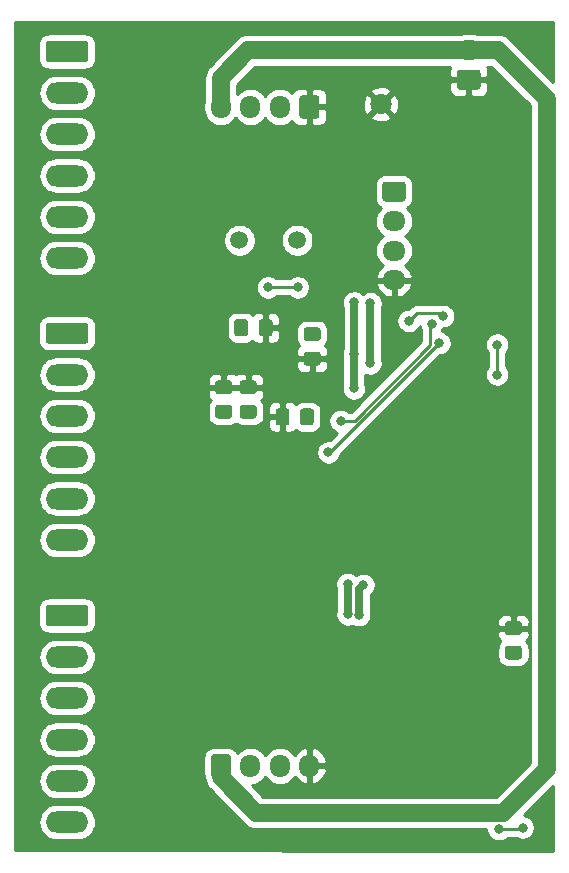
<source format=gbr>
G04 #@! TF.GenerationSoftware,KiCad,Pcbnew,5.1.9*
G04 #@! TF.CreationDate,2021-03-06T22:13:27+08:00*
G04 #@! TF.ProjectId,LaserSwitch-Master,4c617365-7253-4776-9974-63682d4d6173,rev?*
G04 #@! TF.SameCoordinates,Original*
G04 #@! TF.FileFunction,Copper,L2,Bot*
G04 #@! TF.FilePolarity,Positive*
%FSLAX46Y46*%
G04 Gerber Fmt 4.6, Leading zero omitted, Abs format (unit mm)*
G04 Created by KiCad (PCBNEW 5.1.9) date 2021-03-06 22:13:27*
%MOMM*%
%LPD*%
G01*
G04 APERTURE LIST*
G04 #@! TA.AperFunction,ComponentPad*
%ADD10C,1.800000*%
G04 #@! TD*
G04 #@! TA.AperFunction,ComponentPad*
%ADD11O,2.000000X1.700000*%
G04 #@! TD*
G04 #@! TA.AperFunction,ComponentPad*
%ADD12C,1.500000*%
G04 #@! TD*
G04 #@! TA.AperFunction,ComponentPad*
%ADD13O,3.600000X1.800000*%
G04 #@! TD*
G04 #@! TA.AperFunction,ComponentPad*
%ADD14O,1.700000X1.950000*%
G04 #@! TD*
G04 #@! TA.AperFunction,ComponentPad*
%ADD15O,1.950000X1.700000*%
G04 #@! TD*
G04 #@! TA.AperFunction,ViaPad*
%ADD16C,0.800000*%
G04 #@! TD*
G04 #@! TA.AperFunction,Conductor*
%ADD17C,0.250000*%
G04 #@! TD*
G04 #@! TA.AperFunction,Conductor*
%ADD18C,1.500000*%
G04 #@! TD*
G04 #@! TA.AperFunction,Conductor*
%ADD19C,0.700000*%
G04 #@! TD*
G04 #@! TA.AperFunction,Conductor*
%ADD20C,0.254000*%
G04 #@! TD*
G04 #@! TA.AperFunction,Conductor*
%ADD21C,0.100000*%
G04 #@! TD*
G04 APERTURE END LIST*
D10*
G04 #@! TO.P,TP1,1*
G04 #@! TO.N,GND*
X136677400Y-72517000D03*
G04 #@! TD*
D11*
G04 #@! TO.P,J7,2*
G04 #@! TO.N,+7.5V*
X144119600Y-67934200D03*
G04 #@! TO.P,J7,1*
G04 #@! TO.N,GND*
G04 #@! TA.AperFunction,ComponentPad*
G36*
G01*
X144869600Y-71284200D02*
X143369600Y-71284200D01*
G75*
G02*
X143119600Y-71034200I0J250000D01*
G01*
X143119600Y-69834200D01*
G75*
G02*
X143369600Y-69584200I250000J0D01*
G01*
X144869600Y-69584200D01*
G75*
G02*
X145119600Y-69834200I0J-250000D01*
G01*
X145119600Y-71034200D01*
G75*
G02*
X144869600Y-71284200I-250000J0D01*
G01*
G37*
G04 #@! TD.AperFunction*
G04 #@! TD*
D12*
G04 #@! TO.P,Y1,2*
G04 #@! TO.N,Net-(C7-Pad1)*
X124710800Y-84023200D03*
G04 #@! TO.P,Y1,1*
G04 #@! TO.N,Net-(C6-Pad1)*
X129590800Y-84023200D03*
G04 #@! TD*
D13*
G04 #@! TO.P,J6,6*
G04 #@! TO.N,Net-(J6-Pad6)*
X110109000Y-133298600D03*
G04 #@! TO.P,J6,5*
G04 #@! TO.N,+5V*
X110109000Y-129798600D03*
G04 #@! TO.P,J6,4*
G04 #@! TO.N,Net-(J6-Pad4)*
X110109000Y-126298600D03*
G04 #@! TO.P,J6,3*
G04 #@! TO.N,+5V*
X110109000Y-122798600D03*
G04 #@! TO.P,J6,2*
G04 #@! TO.N,Net-(J6-Pad2)*
X110109000Y-119298600D03*
G04 #@! TO.P,J6,1*
G04 #@! TO.N,+5V*
G04 #@! TA.AperFunction,ComponentPad*
G36*
G01*
X108559000Y-114898600D02*
X111659000Y-114898600D01*
G75*
G02*
X111909000Y-115148600I0J-250000D01*
G01*
X111909000Y-116448600D01*
G75*
G02*
X111659000Y-116698600I-250000J0D01*
G01*
X108559000Y-116698600D01*
G75*
G02*
X108309000Y-116448600I0J250000D01*
G01*
X108309000Y-115148600D01*
G75*
G02*
X108559000Y-114898600I250000J0D01*
G01*
G37*
G04 #@! TD.AperFunction*
G04 #@! TD*
G04 #@! TO.P,J5,6*
G04 #@! TO.N,Net-(J5-Pad6)*
X110109000Y-109397200D03*
G04 #@! TO.P,J5,5*
G04 #@! TO.N,+5V*
X110109000Y-105897200D03*
G04 #@! TO.P,J5,4*
G04 #@! TO.N,Net-(J5-Pad4)*
X110109000Y-102397200D03*
G04 #@! TO.P,J5,3*
G04 #@! TO.N,+5V*
X110109000Y-98897200D03*
G04 #@! TO.P,J5,2*
G04 #@! TO.N,Net-(J5-Pad2)*
X110109000Y-95397200D03*
G04 #@! TO.P,J5,1*
G04 #@! TO.N,+5V*
G04 #@! TA.AperFunction,ComponentPad*
G36*
G01*
X108559000Y-90997200D02*
X111659000Y-90997200D01*
G75*
G02*
X111909000Y-91247200I0J-250000D01*
G01*
X111909000Y-92547200D01*
G75*
G02*
X111659000Y-92797200I-250000J0D01*
G01*
X108559000Y-92797200D01*
G75*
G02*
X108309000Y-92547200I0J250000D01*
G01*
X108309000Y-91247200D01*
G75*
G02*
X108559000Y-90997200I250000J0D01*
G01*
G37*
G04 #@! TD.AperFunction*
G04 #@! TD*
G04 #@! TO.P,J4,6*
G04 #@! TO.N,Net-(J4-Pad6)*
X110109000Y-85547200D03*
G04 #@! TO.P,J4,5*
G04 #@! TO.N,+5V*
X110109000Y-82047200D03*
G04 #@! TO.P,J4,4*
G04 #@! TO.N,Net-(J4-Pad4)*
X110109000Y-78547200D03*
G04 #@! TO.P,J4,3*
G04 #@! TO.N,+5V*
X110109000Y-75047200D03*
G04 #@! TO.P,J4,2*
G04 #@! TO.N,Net-(J4-Pad2)*
X110109000Y-71547200D03*
G04 #@! TO.P,J4,1*
G04 #@! TO.N,+5V*
G04 #@! TA.AperFunction,ComponentPad*
G36*
G01*
X108559000Y-67147200D02*
X111659000Y-67147200D01*
G75*
G02*
X111909000Y-67397200I0J-250000D01*
G01*
X111909000Y-68697200D01*
G75*
G02*
X111659000Y-68947200I-250000J0D01*
G01*
X108559000Y-68947200D01*
G75*
G02*
X108309000Y-68697200I0J250000D01*
G01*
X108309000Y-67397200D01*
G75*
G02*
X108559000Y-67147200I250000J0D01*
G01*
G37*
G04 #@! TD.AperFunction*
G04 #@! TD*
D14*
G04 #@! TO.P,J3,4*
G04 #@! TO.N,GND*
X130639200Y-128524000D03*
G04 #@! TO.P,J3,3*
G04 #@! TO.N,SCL*
X128139200Y-128524000D03*
G04 #@! TO.P,J3,2*
G04 #@! TO.N,SDA*
X125639200Y-128524000D03*
G04 #@! TO.P,J3,1*
G04 #@! TO.N,+7.5V*
G04 #@! TA.AperFunction,ComponentPad*
G36*
G01*
X122289200Y-129249000D02*
X122289200Y-127799000D01*
G75*
G02*
X122539200Y-127549000I250000J0D01*
G01*
X123739200Y-127549000D01*
G75*
G02*
X123989200Y-127799000I0J-250000D01*
G01*
X123989200Y-129249000D01*
G75*
G02*
X123739200Y-129499000I-250000J0D01*
G01*
X122539200Y-129499000D01*
G75*
G02*
X122289200Y-129249000I0J250000D01*
G01*
G37*
G04 #@! TD.AperFunction*
G04 #@! TD*
D15*
G04 #@! TO.P,J2,4*
G04 #@! TO.N,GND*
X137795000Y-87408400D03*
G04 #@! TO.P,J2,3*
G04 #@! TO.N,SWDIO*
X137795000Y-84908400D03*
G04 #@! TO.P,J2,2*
G04 #@! TO.N,SWDCLK*
X137795000Y-82408400D03*
G04 #@! TO.P,J2,1*
G04 #@! TO.N,+5V*
G04 #@! TA.AperFunction,ComponentPad*
G36*
G01*
X137070000Y-79058400D02*
X138520000Y-79058400D01*
G75*
G02*
X138770000Y-79308400I0J-250000D01*
G01*
X138770000Y-80508400D01*
G75*
G02*
X138520000Y-80758400I-250000J0D01*
G01*
X137070000Y-80758400D01*
G75*
G02*
X136820000Y-80508400I0J250000D01*
G01*
X136820000Y-79308400D01*
G75*
G02*
X137070000Y-79058400I250000J0D01*
G01*
G37*
G04 #@! TD.AperFunction*
G04 #@! TD*
D14*
G04 #@! TO.P,J1,4*
G04 #@! TO.N,+7.5V*
X123132200Y-72745600D03*
G04 #@! TO.P,J1,3*
G04 #@! TO.N,SDA*
X125632200Y-72745600D03*
G04 #@! TO.P,J1,2*
G04 #@! TO.N,SCL*
X128132200Y-72745600D03*
G04 #@! TO.P,J1,1*
G04 #@! TO.N,GND*
G04 #@! TA.AperFunction,ComponentPad*
G36*
G01*
X131482200Y-72020600D02*
X131482200Y-73470600D01*
G75*
G02*
X131232200Y-73720600I-250000J0D01*
G01*
X130032200Y-73720600D01*
G75*
G02*
X129782200Y-73470600I0J250000D01*
G01*
X129782200Y-72020600D01*
G75*
G02*
X130032200Y-71770600I250000J0D01*
G01*
X131232200Y-71770600D01*
G75*
G02*
X131482200Y-72020600I0J-250000D01*
G01*
G37*
G04 #@! TD.AperFunction*
G04 #@! TD*
G04 #@! TO.P,C13,2*
G04 #@! TO.N,GND*
G04 #@! TA.AperFunction,SMDPad,CuDef*
G36*
G01*
X130385800Y-93464800D02*
X131335800Y-93464800D01*
G75*
G02*
X131585800Y-93714800I0J-250000D01*
G01*
X131585800Y-94389800D01*
G75*
G02*
X131335800Y-94639800I-250000J0D01*
G01*
X130385800Y-94639800D01*
G75*
G02*
X130135800Y-94389800I0J250000D01*
G01*
X130135800Y-93714800D01*
G75*
G02*
X130385800Y-93464800I250000J0D01*
G01*
G37*
G04 #@! TD.AperFunction*
G04 #@! TO.P,C13,1*
G04 #@! TO.N,+3V3*
G04 #@! TA.AperFunction,SMDPad,CuDef*
G36*
G01*
X130385800Y-91389800D02*
X131335800Y-91389800D01*
G75*
G02*
X131585800Y-91639800I0J-250000D01*
G01*
X131585800Y-92314800D01*
G75*
G02*
X131335800Y-92564800I-250000J0D01*
G01*
X130385800Y-92564800D01*
G75*
G02*
X130135800Y-92314800I0J250000D01*
G01*
X130135800Y-91639800D01*
G75*
G02*
X130385800Y-91389800I250000J0D01*
G01*
G37*
G04 #@! TD.AperFunction*
G04 #@! TD*
G04 #@! TO.P,C11,2*
G04 #@! TO.N,GND*
G04 #@! TA.AperFunction,SMDPad,CuDef*
G36*
G01*
X126332400Y-91915000D02*
X126332400Y-90965000D01*
G75*
G02*
X126582400Y-90715000I250000J0D01*
G01*
X127257400Y-90715000D01*
G75*
G02*
X127507400Y-90965000I0J-250000D01*
G01*
X127507400Y-91915000D01*
G75*
G02*
X127257400Y-92165000I-250000J0D01*
G01*
X126582400Y-92165000D01*
G75*
G02*
X126332400Y-91915000I0J250000D01*
G01*
G37*
G04 #@! TD.AperFunction*
G04 #@! TO.P,C11,1*
G04 #@! TO.N,+3V3*
G04 #@! TA.AperFunction,SMDPad,CuDef*
G36*
G01*
X124257400Y-91915000D02*
X124257400Y-90965000D01*
G75*
G02*
X124507400Y-90715000I250000J0D01*
G01*
X125182400Y-90715000D01*
G75*
G02*
X125432400Y-90965000I0J-250000D01*
G01*
X125432400Y-91915000D01*
G75*
G02*
X125182400Y-92165000I-250000J0D01*
G01*
X124507400Y-92165000D01*
G75*
G02*
X124257400Y-91915000I0J250000D01*
G01*
G37*
G04 #@! TD.AperFunction*
G04 #@! TD*
G04 #@! TO.P,C10,2*
G04 #@! TO.N,GND*
G04 #@! TA.AperFunction,SMDPad,CuDef*
G36*
G01*
X123842800Y-97060600D02*
X122892800Y-97060600D01*
G75*
G02*
X122642800Y-96810600I0J250000D01*
G01*
X122642800Y-96135600D01*
G75*
G02*
X122892800Y-95885600I250000J0D01*
G01*
X123842800Y-95885600D01*
G75*
G02*
X124092800Y-96135600I0J-250000D01*
G01*
X124092800Y-96810600D01*
G75*
G02*
X123842800Y-97060600I-250000J0D01*
G01*
G37*
G04 #@! TD.AperFunction*
G04 #@! TO.P,C10,1*
G04 #@! TO.N,+3V3*
G04 #@! TA.AperFunction,SMDPad,CuDef*
G36*
G01*
X123842800Y-99135600D02*
X122892800Y-99135600D01*
G75*
G02*
X122642800Y-98885600I0J250000D01*
G01*
X122642800Y-98210600D01*
G75*
G02*
X122892800Y-97960600I250000J0D01*
G01*
X123842800Y-97960600D01*
G75*
G02*
X124092800Y-98210600I0J-250000D01*
G01*
X124092800Y-98885600D01*
G75*
G02*
X123842800Y-99135600I-250000J0D01*
G01*
G37*
G04 #@! TD.AperFunction*
G04 #@! TD*
G04 #@! TO.P,C9,2*
G04 #@! TO.N,GND*
G04 #@! TA.AperFunction,SMDPad,CuDef*
G36*
G01*
X128937600Y-98508800D02*
X128937600Y-99458800D01*
G75*
G02*
X128687600Y-99708800I-250000J0D01*
G01*
X128012600Y-99708800D01*
G75*
G02*
X127762600Y-99458800I0J250000D01*
G01*
X127762600Y-98508800D01*
G75*
G02*
X128012600Y-98258800I250000J0D01*
G01*
X128687600Y-98258800D01*
G75*
G02*
X128937600Y-98508800I0J-250000D01*
G01*
G37*
G04 #@! TD.AperFunction*
G04 #@! TO.P,C9,1*
G04 #@! TO.N,+3V3*
G04 #@! TA.AperFunction,SMDPad,CuDef*
G36*
G01*
X131012600Y-98508800D02*
X131012600Y-99458800D01*
G75*
G02*
X130762600Y-99708800I-250000J0D01*
G01*
X130087600Y-99708800D01*
G75*
G02*
X129837600Y-99458800I0J250000D01*
G01*
X129837600Y-98508800D01*
G75*
G02*
X130087600Y-98258800I250000J0D01*
G01*
X130762600Y-98258800D01*
G75*
G02*
X131012600Y-98508800I0J-250000D01*
G01*
G37*
G04 #@! TD.AperFunction*
G04 #@! TD*
G04 #@! TO.P,C8,2*
G04 #@! TO.N,GND*
G04 #@! TA.AperFunction,SMDPad,CuDef*
G36*
G01*
X125925600Y-97060600D02*
X124975600Y-97060600D01*
G75*
G02*
X124725600Y-96810600I0J250000D01*
G01*
X124725600Y-96135600D01*
G75*
G02*
X124975600Y-95885600I250000J0D01*
G01*
X125925600Y-95885600D01*
G75*
G02*
X126175600Y-96135600I0J-250000D01*
G01*
X126175600Y-96810600D01*
G75*
G02*
X125925600Y-97060600I-250000J0D01*
G01*
G37*
G04 #@! TD.AperFunction*
G04 #@! TO.P,C8,1*
G04 #@! TO.N,Net-(C8-Pad1)*
G04 #@! TA.AperFunction,SMDPad,CuDef*
G36*
G01*
X125925600Y-99135600D02*
X124975600Y-99135600D01*
G75*
G02*
X124725600Y-98885600I0J250000D01*
G01*
X124725600Y-98210600D01*
G75*
G02*
X124975600Y-97960600I250000J0D01*
G01*
X125925600Y-97960600D01*
G75*
G02*
X126175600Y-98210600I0J-250000D01*
G01*
X126175600Y-98885600D01*
G75*
G02*
X125925600Y-99135600I-250000J0D01*
G01*
G37*
G04 #@! TD.AperFunction*
G04 #@! TD*
G04 #@! TO.P,C5,2*
G04 #@! TO.N,+3V3*
G04 #@! TA.AperFunction,SMDPad,CuDef*
G36*
G01*
X147429200Y-118356800D02*
X148379200Y-118356800D01*
G75*
G02*
X148629200Y-118606800I0J-250000D01*
G01*
X148629200Y-119281800D01*
G75*
G02*
X148379200Y-119531800I-250000J0D01*
G01*
X147429200Y-119531800D01*
G75*
G02*
X147179200Y-119281800I0J250000D01*
G01*
X147179200Y-118606800D01*
G75*
G02*
X147429200Y-118356800I250000J0D01*
G01*
G37*
G04 #@! TD.AperFunction*
G04 #@! TO.P,C5,1*
G04 #@! TO.N,GND*
G04 #@! TA.AperFunction,SMDPad,CuDef*
G36*
G01*
X147429200Y-116281800D02*
X148379200Y-116281800D01*
G75*
G02*
X148629200Y-116531800I0J-250000D01*
G01*
X148629200Y-117206800D01*
G75*
G02*
X148379200Y-117456800I-250000J0D01*
G01*
X147429200Y-117456800D01*
G75*
G02*
X147179200Y-117206800I0J250000D01*
G01*
X147179200Y-116531800D01*
G75*
G02*
X147429200Y-116281800I250000J0D01*
G01*
G37*
G04 #@! TD.AperFunction*
G04 #@! TD*
D16*
G04 #@! TO.N,GND*
X147904200Y-116869300D03*
X130860800Y-94052300D03*
X128350100Y-98983800D03*
X106801500Y-82188100D03*
X106801500Y-105938100D03*
X106801500Y-123038100D03*
X106801500Y-129688100D03*
X106801500Y-133488100D03*
X110601500Y-88838100D03*
X110601500Y-112588100D03*
X113451500Y-69838100D03*
X113451500Y-75538100D03*
X113451500Y-82188100D03*
X113451500Y-87888100D03*
X113451500Y-91688100D03*
X113451500Y-99288100D03*
X113451500Y-105938100D03*
X113451500Y-111638100D03*
X113451500Y-123038100D03*
X113451500Y-129688100D03*
X116301500Y-88838100D03*
X117251500Y-105938100D03*
X117251500Y-116388100D03*
X117251500Y-123038100D03*
X117251500Y-129688100D03*
X118201500Y-108788100D03*
X118201500Y-132538100D03*
X119151500Y-100238100D03*
X119151500Y-104038100D03*
X119151500Y-113538100D03*
X119151500Y-121138100D03*
X119151500Y-127788100D03*
X120101500Y-68888100D03*
X120101500Y-72688100D03*
X120101500Y-76488100D03*
X120101500Y-80288100D03*
X120101500Y-84088100D03*
X120101500Y-87888100D03*
X120101500Y-106888100D03*
X120101500Y-130638100D03*
X120101500Y-134438100D03*
X121051500Y-102138100D03*
X121051500Y-111638100D03*
X121051500Y-119238100D03*
X121051500Y-125888100D03*
X122001500Y-82188100D03*
X122001500Y-85988100D03*
X122001500Y-89788100D03*
X122001500Y-104988100D03*
X122001500Y-132538100D03*
X122951500Y-75538100D03*
X122951500Y-117338100D03*
X122951500Y-123988100D03*
X123901500Y-134438100D03*
X124851500Y-77438100D03*
X124851500Y-93588100D03*
X124851500Y-122088100D03*
X125801500Y-113538100D03*
X125801500Y-118288100D03*
X126751500Y-79338100D03*
X127701500Y-69838100D03*
X127701500Y-76488100D03*
X127701500Y-94538100D03*
X127701500Y-103088100D03*
X127701500Y-106888100D03*
X127701500Y-115438100D03*
X127701500Y-120188100D03*
X127701500Y-134438100D03*
X128651500Y-109738100D03*
X129601500Y-104988100D03*
X129601500Y-117338100D03*
X129601500Y-124938100D03*
X130551500Y-107838100D03*
X130551500Y-111638100D03*
X131501500Y-69838100D03*
X131501500Y-85988100D03*
X131501500Y-123038100D03*
X131501500Y-130638100D03*
X131501500Y-134438100D03*
X132451500Y-73638100D03*
X132451500Y-82188100D03*
X132451500Y-104038100D03*
X132451500Y-109738100D03*
X132451500Y-125888100D03*
X133401500Y-121138100D03*
X133401500Y-128738100D03*
X134351500Y-70788100D03*
X134351500Y-75538100D03*
X134351500Y-123988100D03*
X135301500Y-126838100D03*
X136251500Y-77438100D03*
X137201500Y-69838100D03*
X137201500Y-100238100D03*
X137201500Y-104038100D03*
X137201500Y-107838100D03*
X137201500Y-111638100D03*
X138151500Y-74588100D03*
X139101500Y-71738100D03*
X139101500Y-98338100D03*
X139101500Y-102138100D03*
X139101500Y-105938100D03*
X139101500Y-109738100D03*
X140051500Y-123038100D03*
X140051500Y-126838100D03*
X140051500Y-130638100D03*
X140051500Y-134438100D03*
X141001500Y-96438100D03*
X141001500Y-100238100D03*
X141001500Y-117338100D03*
X141951500Y-85038100D03*
X141951500Y-103088100D03*
X141951500Y-120188100D03*
X141951500Y-124938100D03*
X141951500Y-128738100D03*
X142901500Y-73638100D03*
X142901500Y-77438100D03*
X142901500Y-87888100D03*
X142901500Y-98338100D03*
X142901500Y-109738100D03*
X143851500Y-122088100D03*
X143851500Y-126838100D03*
X143851500Y-130638100D03*
X143851500Y-134438100D03*
X144801500Y-106888100D03*
X144801500Y-111638100D03*
X145751500Y-74588100D03*
X145751500Y-78388100D03*
X145751500Y-83138100D03*
X145751500Y-114488100D03*
X146701500Y-108788100D03*
X147651500Y-97388100D03*
X147651500Y-101188100D03*
X147651500Y-112588100D03*
X149551500Y-66988100D03*
G04 #@! TO.N,+3V3*
X130425100Y-98983800D03*
X130860800Y-91977300D03*
X124844900Y-91440000D03*
X123367800Y-98675010D03*
X147904200Y-118944300D03*
G04 #@! TO.N,Net-(C8-Pad1)*
X125450600Y-98548100D03*
G04 #@! TO.N,NRST*
X127127000Y-88011000D03*
X129641600Y-88011000D03*
X139039600Y-90855800D03*
X141960600Y-90449400D03*
X146532600Y-92862400D03*
X146532600Y-95402400D03*
G04 #@! TO.N,SDA*
X133858000Y-115697000D03*
X133858000Y-113131600D03*
X134391400Y-96570800D03*
X134391400Y-93649800D03*
X134416800Y-89281000D03*
G04 #@! TO.N,SCL*
X134823200Y-115773200D03*
X135204200Y-113207800D03*
X135788400Y-94462600D03*
X135788400Y-89357196D03*
G04 #@! TO.N,SWDIO*
X132232400Y-101981000D03*
X141630400Y-92735400D03*
G04 #@! TO.N,SWDCLK*
X133273800Y-99314000D03*
X140982711Y-91133101D03*
G04 #@! TO.N,BT_TX*
X146659600Y-133883400D03*
X148691600Y-133756400D03*
G04 #@! TD*
D17*
G04 #@! TO.N,GND*
X123367800Y-96473100D02*
X125450600Y-96473100D01*
D18*
G04 #@! TO.N,+7.5V*
X123132200Y-70270600D02*
X123132200Y-72745600D01*
X125468600Y-67934200D02*
X123132200Y-70270600D01*
X144119600Y-67934200D02*
X125468600Y-67934200D01*
X123139200Y-129499000D02*
X123139200Y-128524000D01*
X147040600Y-132511800D02*
X126152000Y-132511800D01*
X150723600Y-128828800D02*
X147040600Y-132511800D01*
X150723600Y-72038200D02*
X150723600Y-128828800D01*
X146619600Y-67934200D02*
X150723600Y-72038200D01*
X126152000Y-132511800D02*
X123139200Y-129499000D01*
X144119600Y-67934200D02*
X146619600Y-67934200D01*
D17*
G04 #@! TO.N,NRST*
X127127000Y-88011000D02*
X129641600Y-88011000D01*
X139039600Y-90855800D02*
X139700000Y-90195400D01*
X141706600Y-90195400D02*
X141960600Y-90449400D01*
X139700000Y-90195400D02*
X141706600Y-90195400D01*
X146532600Y-92862400D02*
X146532600Y-95402400D01*
D19*
G04 #@! TO.N,SDA*
X133858000Y-115697000D02*
X133858000Y-113131600D01*
X134391400Y-96570800D02*
X134391400Y-93649800D01*
X134391400Y-93649800D02*
X134442200Y-93599000D01*
X134442200Y-93599000D02*
X134442200Y-89306400D01*
X134442200Y-89306400D02*
X134416800Y-89281000D01*
G04 #@! TO.N,SCL*
X134823200Y-113588800D02*
X135204200Y-113207800D01*
X134823200Y-115773200D02*
X134823200Y-113588800D01*
X135788400Y-94462600D02*
X135788400Y-89357196D01*
D17*
G04 #@! TO.N,SWDIO*
X132384800Y-101981000D02*
X141630400Y-92735400D01*
X132232400Y-101981000D02*
X132384800Y-101981000D01*
G04 #@! TO.N,SWDCLK*
X133273800Y-99314000D02*
X134467600Y-99314000D01*
X134467600Y-99314000D02*
X140868400Y-92913200D01*
X140868400Y-92913200D02*
X140868400Y-91247412D01*
X140868400Y-91247412D02*
X140982711Y-91133101D01*
G04 #@! TO.N,BT_TX*
X148564600Y-133883400D02*
X148691600Y-133756400D01*
X146659600Y-133883400D02*
X148564600Y-133883400D01*
G04 #@! TD*
D20*
G04 #@! TO.N,GND*
X151290001Y-70645916D02*
X147647054Y-67002969D01*
X147603681Y-66950119D01*
X147392788Y-66777043D01*
X147152181Y-66648436D01*
X146891107Y-66569240D01*
X146687637Y-66549200D01*
X146687629Y-66549200D01*
X146619600Y-66542500D01*
X146551571Y-66549200D01*
X144819533Y-66549200D01*
X144560711Y-66470687D01*
X144342550Y-66449200D01*
X143896650Y-66449200D01*
X143678489Y-66470687D01*
X143419667Y-66549200D01*
X125536637Y-66549200D01*
X125468600Y-66542499D01*
X125400563Y-66549200D01*
X125197093Y-66569240D01*
X124936019Y-66648436D01*
X124695412Y-66777043D01*
X124537366Y-66906748D01*
X124537364Y-66906750D01*
X124484519Y-66950119D01*
X124441150Y-67002964D01*
X122200965Y-69243150D01*
X122148119Y-69286520D01*
X122104750Y-69339365D01*
X122104748Y-69339367D01*
X122056865Y-69397713D01*
X121975043Y-69497413D01*
X121846436Y-69738020D01*
X121767240Y-69999094D01*
X121747200Y-70202564D01*
X121747200Y-70202571D01*
X121740500Y-70270600D01*
X121747200Y-70338630D01*
X121747201Y-72070665D01*
X121668687Y-72329489D01*
X121647200Y-72547650D01*
X121647200Y-72943549D01*
X121668687Y-73161710D01*
X121753601Y-73441633D01*
X121891494Y-73699613D01*
X122077066Y-73925734D01*
X122303186Y-74111306D01*
X122561166Y-74249199D01*
X122841089Y-74334113D01*
X123132200Y-74362785D01*
X123423310Y-74334113D01*
X123703233Y-74249199D01*
X123961213Y-74111306D01*
X124187334Y-73925734D01*
X124372906Y-73699614D01*
X124382200Y-73682226D01*
X124391494Y-73699613D01*
X124577066Y-73925734D01*
X124803186Y-74111306D01*
X125061166Y-74249199D01*
X125341089Y-74334113D01*
X125632200Y-74362785D01*
X125923310Y-74334113D01*
X126203233Y-74249199D01*
X126461213Y-74111306D01*
X126687334Y-73925734D01*
X126872906Y-73699614D01*
X126882200Y-73682226D01*
X126891494Y-73699613D01*
X127077066Y-73925734D01*
X127303186Y-74111306D01*
X127561166Y-74249199D01*
X127841089Y-74334113D01*
X128132200Y-74362785D01*
X128423310Y-74334113D01*
X128703233Y-74249199D01*
X128961213Y-74111306D01*
X129182145Y-73929992D01*
X129192698Y-73964780D01*
X129251663Y-74075094D01*
X129331015Y-74171785D01*
X129427706Y-74251137D01*
X129538020Y-74310102D01*
X129657718Y-74346412D01*
X129782200Y-74358672D01*
X130346450Y-74355600D01*
X130505200Y-74196850D01*
X130505200Y-72872600D01*
X130759200Y-72872600D01*
X130759200Y-74196850D01*
X130917950Y-74355600D01*
X131482200Y-74358672D01*
X131606682Y-74346412D01*
X131726380Y-74310102D01*
X131836694Y-74251137D01*
X131933385Y-74171785D01*
X132012737Y-74075094D01*
X132071702Y-73964780D01*
X132108012Y-73845082D01*
X132120272Y-73720600D01*
X132119651Y-73581080D01*
X135792925Y-73581080D01*
X135876608Y-73835261D01*
X136149175Y-73966158D01*
X136442042Y-74041365D01*
X136743953Y-74057991D01*
X137043307Y-74015397D01*
X137328599Y-73915222D01*
X137478192Y-73835261D01*
X137561875Y-73581080D01*
X136677400Y-72696605D01*
X135792925Y-73581080D01*
X132119651Y-73581080D01*
X132117200Y-73031350D01*
X131958450Y-72872600D01*
X130759200Y-72872600D01*
X130505200Y-72872600D01*
X130485200Y-72872600D01*
X130485200Y-72618600D01*
X130505200Y-72618600D01*
X130505200Y-71294350D01*
X130759200Y-71294350D01*
X130759200Y-72618600D01*
X131958450Y-72618600D01*
X131993497Y-72583553D01*
X135136409Y-72583553D01*
X135179003Y-72882907D01*
X135279178Y-73168199D01*
X135359139Y-73317792D01*
X135613320Y-73401475D01*
X136497795Y-72517000D01*
X136857005Y-72517000D01*
X137741480Y-73401475D01*
X137995661Y-73317792D01*
X138126558Y-73045225D01*
X138201765Y-72752358D01*
X138218391Y-72450447D01*
X138175797Y-72151093D01*
X138075622Y-71865801D01*
X137995661Y-71716208D01*
X137741480Y-71632525D01*
X136857005Y-72517000D01*
X136497795Y-72517000D01*
X135613320Y-71632525D01*
X135359139Y-71716208D01*
X135228242Y-71988775D01*
X135153035Y-72281642D01*
X135136409Y-72583553D01*
X131993497Y-72583553D01*
X132117200Y-72459850D01*
X132120272Y-71770600D01*
X132108012Y-71646118D01*
X132071702Y-71526420D01*
X132032415Y-71452920D01*
X135792925Y-71452920D01*
X136677400Y-72337395D01*
X137561875Y-71452920D01*
X137506328Y-71284200D01*
X142481528Y-71284200D01*
X142493788Y-71408682D01*
X142530098Y-71528380D01*
X142589063Y-71638694D01*
X142668415Y-71735385D01*
X142765106Y-71814737D01*
X142875420Y-71873702D01*
X142995118Y-71910012D01*
X143119600Y-71922272D01*
X143833850Y-71919200D01*
X143992600Y-71760450D01*
X143992600Y-70561200D01*
X144246600Y-70561200D01*
X144246600Y-71760450D01*
X144405350Y-71919200D01*
X145119600Y-71922272D01*
X145244082Y-71910012D01*
X145363780Y-71873702D01*
X145474094Y-71814737D01*
X145570785Y-71735385D01*
X145650137Y-71638694D01*
X145709102Y-71528380D01*
X145745412Y-71408682D01*
X145757672Y-71284200D01*
X145754600Y-70719950D01*
X145595850Y-70561200D01*
X144246600Y-70561200D01*
X143992600Y-70561200D01*
X142643350Y-70561200D01*
X142484600Y-70719950D01*
X142481528Y-71284200D01*
X137506328Y-71284200D01*
X137478192Y-71198739D01*
X137205625Y-71067842D01*
X136912758Y-70992635D01*
X136610847Y-70976009D01*
X136311493Y-71018603D01*
X136026201Y-71118778D01*
X135876608Y-71198739D01*
X135792925Y-71452920D01*
X132032415Y-71452920D01*
X132012737Y-71416106D01*
X131933385Y-71319415D01*
X131836694Y-71240063D01*
X131726380Y-71181098D01*
X131606682Y-71144788D01*
X131482200Y-71132528D01*
X130917950Y-71135600D01*
X130759200Y-71294350D01*
X130505200Y-71294350D01*
X130346450Y-71135600D01*
X129782200Y-71132528D01*
X129657718Y-71144788D01*
X129538020Y-71181098D01*
X129427706Y-71240063D01*
X129331015Y-71319415D01*
X129251663Y-71416106D01*
X129192698Y-71526420D01*
X129182145Y-71561208D01*
X128961214Y-71379894D01*
X128703234Y-71242001D01*
X128423311Y-71157087D01*
X128132200Y-71128415D01*
X127841090Y-71157087D01*
X127561167Y-71242001D01*
X127303187Y-71379894D01*
X127077066Y-71565466D01*
X126891494Y-71791586D01*
X126882200Y-71808974D01*
X126872906Y-71791586D01*
X126687334Y-71565466D01*
X126461214Y-71379894D01*
X126203234Y-71242001D01*
X125923311Y-71157087D01*
X125632200Y-71128415D01*
X125341090Y-71157087D01*
X125061167Y-71242001D01*
X124803187Y-71379894D01*
X124577066Y-71565466D01*
X124517200Y-71638413D01*
X124517200Y-70844285D01*
X126042286Y-69319200D01*
X142541227Y-69319200D01*
X142530098Y-69340020D01*
X142493788Y-69459718D01*
X142481528Y-69584200D01*
X142484600Y-70148450D01*
X142643350Y-70307200D01*
X143992600Y-70307200D01*
X143992600Y-70287200D01*
X144246600Y-70287200D01*
X144246600Y-70307200D01*
X145595850Y-70307200D01*
X145754600Y-70148450D01*
X145757672Y-69584200D01*
X145745412Y-69459718D01*
X145709102Y-69340020D01*
X145697973Y-69319200D01*
X146045915Y-69319200D01*
X149338600Y-72611885D01*
X149338601Y-128255113D01*
X146466915Y-131126800D01*
X126725686Y-131126800D01*
X125731026Y-130132141D01*
X125930311Y-130112513D01*
X126210234Y-130027599D01*
X126468214Y-129889706D01*
X126694334Y-129704134D01*
X126879906Y-129478014D01*
X126889200Y-129460626D01*
X126898494Y-129478014D01*
X127084066Y-129704134D01*
X127310187Y-129889706D01*
X127568167Y-130027599D01*
X127848090Y-130112513D01*
X128139200Y-130141185D01*
X128430311Y-130112513D01*
X128710234Y-130027599D01*
X128968214Y-129889706D01*
X129194334Y-129704134D01*
X129379906Y-129478014D01*
X129393662Y-129452278D01*
X129550151Y-129658429D01*
X129768007Y-129851496D01*
X130019342Y-129998352D01*
X130282310Y-130090476D01*
X130512200Y-129969155D01*
X130512200Y-128651000D01*
X130766200Y-128651000D01*
X130766200Y-129969155D01*
X130996090Y-130090476D01*
X131259058Y-129998352D01*
X131510393Y-129851496D01*
X131728249Y-129658429D01*
X131904253Y-129426570D01*
X132031642Y-129164830D01*
X132105520Y-128883267D01*
X131965365Y-128651000D01*
X130766200Y-128651000D01*
X130512200Y-128651000D01*
X130492200Y-128651000D01*
X130492200Y-128397000D01*
X130512200Y-128397000D01*
X130512200Y-127078845D01*
X130766200Y-127078845D01*
X130766200Y-128397000D01*
X131965365Y-128397000D01*
X132105520Y-128164733D01*
X132031642Y-127883170D01*
X131904253Y-127621430D01*
X131728249Y-127389571D01*
X131510393Y-127196504D01*
X131259058Y-127049648D01*
X130996090Y-126957524D01*
X130766200Y-127078845D01*
X130512200Y-127078845D01*
X130282310Y-126957524D01*
X130019342Y-127049648D01*
X129768007Y-127196504D01*
X129550151Y-127389571D01*
X129393662Y-127595722D01*
X129379906Y-127569986D01*
X129194334Y-127343866D01*
X128968213Y-127158294D01*
X128710233Y-127020401D01*
X128430310Y-126935487D01*
X128139200Y-126906815D01*
X127848089Y-126935487D01*
X127568166Y-127020401D01*
X127310186Y-127158294D01*
X127084066Y-127343866D01*
X126898494Y-127569987D01*
X126889200Y-127587374D01*
X126879906Y-127569986D01*
X126694334Y-127343866D01*
X126468213Y-127158294D01*
X126210233Y-127020401D01*
X125930310Y-126935487D01*
X125639200Y-126906815D01*
X125348089Y-126935487D01*
X125068166Y-127020401D01*
X124810186Y-127158294D01*
X124584066Y-127343866D01*
X124531977Y-127407337D01*
X124477605Y-127305614D01*
X124367162Y-127171038D01*
X124232586Y-127060595D01*
X124079050Y-126978528D01*
X123912454Y-126927992D01*
X123739200Y-126910928D01*
X122539200Y-126910928D01*
X122365946Y-126927992D01*
X122199350Y-126978528D01*
X122045814Y-127060595D01*
X121911238Y-127171038D01*
X121800795Y-127305614D01*
X121718728Y-127459150D01*
X121668192Y-127625746D01*
X121651128Y-127799000D01*
X121651128Y-129249000D01*
X121668192Y-129422254D01*
X121718728Y-129588850D01*
X121764846Y-129675131D01*
X121767703Y-129704134D01*
X121774240Y-129770507D01*
X121839596Y-129985957D01*
X121853436Y-130031580D01*
X121982043Y-130272187D01*
X122155119Y-130483080D01*
X122207965Y-130526450D01*
X125124550Y-133443036D01*
X125167919Y-133495881D01*
X125220764Y-133539250D01*
X125220766Y-133539252D01*
X125303823Y-133607415D01*
X125378812Y-133668957D01*
X125619419Y-133797564D01*
X125880493Y-133876760D01*
X126083963Y-133896800D01*
X126083971Y-133896800D01*
X126152000Y-133903500D01*
X126220029Y-133896800D01*
X145624600Y-133896800D01*
X145624600Y-133985339D01*
X145664374Y-134185298D01*
X145742395Y-134373656D01*
X145855663Y-134543174D01*
X145999826Y-134687337D01*
X146169344Y-134800605D01*
X146357702Y-134878626D01*
X146557661Y-134918400D01*
X146761539Y-134918400D01*
X146961498Y-134878626D01*
X147149856Y-134800605D01*
X147319374Y-134687337D01*
X147363311Y-134643400D01*
X148156139Y-134643400D01*
X148201344Y-134673605D01*
X148389702Y-134751626D01*
X148589661Y-134791400D01*
X148793539Y-134791400D01*
X148993498Y-134751626D01*
X149181856Y-134673605D01*
X149351374Y-134560337D01*
X149495537Y-134416174D01*
X149608805Y-134246656D01*
X149686826Y-134058298D01*
X149726600Y-133858339D01*
X149726600Y-133654461D01*
X149686826Y-133454502D01*
X149608805Y-133266144D01*
X149495537Y-133096626D01*
X149351374Y-132952463D01*
X149181856Y-132839195D01*
X148993498Y-132761174D01*
X148793539Y-132721400D01*
X148789685Y-132721400D01*
X151290000Y-130221086D01*
X151290000Y-135713016D01*
X105710000Y-135688384D01*
X105710000Y-133298600D01*
X107666573Y-133298600D01*
X107696210Y-133599513D01*
X107783983Y-133888861D01*
X107926519Y-134155527D01*
X108118339Y-134389261D01*
X108352073Y-134581081D01*
X108618739Y-134723617D01*
X108908087Y-134811390D01*
X109133592Y-134833600D01*
X111084408Y-134833600D01*
X111309913Y-134811390D01*
X111599261Y-134723617D01*
X111865927Y-134581081D01*
X112099661Y-134389261D01*
X112291481Y-134155527D01*
X112434017Y-133888861D01*
X112521790Y-133599513D01*
X112551427Y-133298600D01*
X112521790Y-132997687D01*
X112434017Y-132708339D01*
X112291481Y-132441673D01*
X112099661Y-132207939D01*
X111865927Y-132016119D01*
X111599261Y-131873583D01*
X111309913Y-131785810D01*
X111084408Y-131763600D01*
X109133592Y-131763600D01*
X108908087Y-131785810D01*
X108618739Y-131873583D01*
X108352073Y-132016119D01*
X108118339Y-132207939D01*
X107926519Y-132441673D01*
X107783983Y-132708339D01*
X107696210Y-132997687D01*
X107666573Y-133298600D01*
X105710000Y-133298600D01*
X105710000Y-129798600D01*
X107666573Y-129798600D01*
X107696210Y-130099513D01*
X107783983Y-130388861D01*
X107926519Y-130655527D01*
X108118339Y-130889261D01*
X108352073Y-131081081D01*
X108618739Y-131223617D01*
X108908087Y-131311390D01*
X109133592Y-131333600D01*
X111084408Y-131333600D01*
X111309913Y-131311390D01*
X111599261Y-131223617D01*
X111865927Y-131081081D01*
X112099661Y-130889261D01*
X112291481Y-130655527D01*
X112434017Y-130388861D01*
X112521790Y-130099513D01*
X112551427Y-129798600D01*
X112521790Y-129497687D01*
X112434017Y-129208339D01*
X112291481Y-128941673D01*
X112099661Y-128707939D01*
X111865927Y-128516119D01*
X111599261Y-128373583D01*
X111309913Y-128285810D01*
X111084408Y-128263600D01*
X109133592Y-128263600D01*
X108908087Y-128285810D01*
X108618739Y-128373583D01*
X108352073Y-128516119D01*
X108118339Y-128707939D01*
X107926519Y-128941673D01*
X107783983Y-129208339D01*
X107696210Y-129497687D01*
X107666573Y-129798600D01*
X105710000Y-129798600D01*
X105710000Y-126298600D01*
X107666573Y-126298600D01*
X107696210Y-126599513D01*
X107783983Y-126888861D01*
X107926519Y-127155527D01*
X108118339Y-127389261D01*
X108352073Y-127581081D01*
X108618739Y-127723617D01*
X108908087Y-127811390D01*
X109133592Y-127833600D01*
X111084408Y-127833600D01*
X111309913Y-127811390D01*
X111599261Y-127723617D01*
X111865927Y-127581081D01*
X112099661Y-127389261D01*
X112291481Y-127155527D01*
X112434017Y-126888861D01*
X112521790Y-126599513D01*
X112551427Y-126298600D01*
X112521790Y-125997687D01*
X112434017Y-125708339D01*
X112291481Y-125441673D01*
X112099661Y-125207939D01*
X111865927Y-125016119D01*
X111599261Y-124873583D01*
X111309913Y-124785810D01*
X111084408Y-124763600D01*
X109133592Y-124763600D01*
X108908087Y-124785810D01*
X108618739Y-124873583D01*
X108352073Y-125016119D01*
X108118339Y-125207939D01*
X107926519Y-125441673D01*
X107783983Y-125708339D01*
X107696210Y-125997687D01*
X107666573Y-126298600D01*
X105710000Y-126298600D01*
X105710000Y-122798600D01*
X107666573Y-122798600D01*
X107696210Y-123099513D01*
X107783983Y-123388861D01*
X107926519Y-123655527D01*
X108118339Y-123889261D01*
X108352073Y-124081081D01*
X108618739Y-124223617D01*
X108908087Y-124311390D01*
X109133592Y-124333600D01*
X111084408Y-124333600D01*
X111309913Y-124311390D01*
X111599261Y-124223617D01*
X111865927Y-124081081D01*
X112099661Y-123889261D01*
X112291481Y-123655527D01*
X112434017Y-123388861D01*
X112521790Y-123099513D01*
X112551427Y-122798600D01*
X112521790Y-122497687D01*
X112434017Y-122208339D01*
X112291481Y-121941673D01*
X112099661Y-121707939D01*
X111865927Y-121516119D01*
X111599261Y-121373583D01*
X111309913Y-121285810D01*
X111084408Y-121263600D01*
X109133592Y-121263600D01*
X108908087Y-121285810D01*
X108618739Y-121373583D01*
X108352073Y-121516119D01*
X108118339Y-121707939D01*
X107926519Y-121941673D01*
X107783983Y-122208339D01*
X107696210Y-122497687D01*
X107666573Y-122798600D01*
X105710000Y-122798600D01*
X105710000Y-119298600D01*
X107666573Y-119298600D01*
X107696210Y-119599513D01*
X107783983Y-119888861D01*
X107926519Y-120155527D01*
X108118339Y-120389261D01*
X108352073Y-120581081D01*
X108618739Y-120723617D01*
X108908087Y-120811390D01*
X109133592Y-120833600D01*
X111084408Y-120833600D01*
X111309913Y-120811390D01*
X111599261Y-120723617D01*
X111865927Y-120581081D01*
X112099661Y-120389261D01*
X112291481Y-120155527D01*
X112434017Y-119888861D01*
X112521790Y-119599513D01*
X112551427Y-119298600D01*
X112521790Y-118997687D01*
X112434017Y-118708339D01*
X112291481Y-118441673D01*
X112099661Y-118207939D01*
X111865927Y-118016119D01*
X111599261Y-117873583D01*
X111309913Y-117785810D01*
X111084408Y-117763600D01*
X109133592Y-117763600D01*
X108908087Y-117785810D01*
X108618739Y-117873583D01*
X108352073Y-118016119D01*
X108118339Y-118207939D01*
X107926519Y-118441673D01*
X107783983Y-118708339D01*
X107696210Y-118997687D01*
X107666573Y-119298600D01*
X105710000Y-119298600D01*
X105710000Y-117456800D01*
X146541128Y-117456800D01*
X146553388Y-117581282D01*
X146589698Y-117700980D01*
X146648663Y-117811294D01*
X146728015Y-117907985D01*
X146807794Y-117973458D01*
X146801238Y-117978838D01*
X146690795Y-118113414D01*
X146608728Y-118266950D01*
X146558192Y-118433546D01*
X146541128Y-118606800D01*
X146541128Y-119281800D01*
X146558192Y-119455054D01*
X146608728Y-119621650D01*
X146690795Y-119775186D01*
X146801238Y-119909762D01*
X146935814Y-120020205D01*
X147089350Y-120102272D01*
X147255946Y-120152808D01*
X147429200Y-120169872D01*
X148379200Y-120169872D01*
X148552454Y-120152808D01*
X148719050Y-120102272D01*
X148872586Y-120020205D01*
X149007162Y-119909762D01*
X149117605Y-119775186D01*
X149199672Y-119621650D01*
X149250208Y-119455054D01*
X149267272Y-119281800D01*
X149267272Y-118606800D01*
X149250208Y-118433546D01*
X149199672Y-118266950D01*
X149117605Y-118113414D01*
X149007162Y-117978838D01*
X149000606Y-117973458D01*
X149080385Y-117907985D01*
X149159737Y-117811294D01*
X149218702Y-117700980D01*
X149255012Y-117581282D01*
X149267272Y-117456800D01*
X149264200Y-117155050D01*
X149105450Y-116996300D01*
X148031200Y-116996300D01*
X148031200Y-117016300D01*
X147777200Y-117016300D01*
X147777200Y-116996300D01*
X146702950Y-116996300D01*
X146544200Y-117155050D01*
X146541128Y-117456800D01*
X105710000Y-117456800D01*
X105710000Y-115148600D01*
X107670928Y-115148600D01*
X107670928Y-116448600D01*
X107687992Y-116621854D01*
X107738528Y-116788450D01*
X107820595Y-116941986D01*
X107931038Y-117076562D01*
X108065614Y-117187005D01*
X108219150Y-117269072D01*
X108385746Y-117319608D01*
X108559000Y-117336672D01*
X111659000Y-117336672D01*
X111832254Y-117319608D01*
X111998850Y-117269072D01*
X112152386Y-117187005D01*
X112286962Y-117076562D01*
X112397405Y-116941986D01*
X112479472Y-116788450D01*
X112530008Y-116621854D01*
X112547072Y-116448600D01*
X112547072Y-115148600D01*
X112530008Y-114975346D01*
X112479472Y-114808750D01*
X112397405Y-114655214D01*
X112286962Y-114520638D01*
X112152386Y-114410195D01*
X111998850Y-114328128D01*
X111832254Y-114277592D01*
X111659000Y-114260528D01*
X108559000Y-114260528D01*
X108385746Y-114277592D01*
X108219150Y-114328128D01*
X108065614Y-114410195D01*
X107931038Y-114520638D01*
X107820595Y-114655214D01*
X107738528Y-114808750D01*
X107687992Y-114975346D01*
X107670928Y-115148600D01*
X105710000Y-115148600D01*
X105710000Y-113029661D01*
X132823000Y-113029661D01*
X132823000Y-113233539D01*
X132862774Y-113433498D01*
X132873001Y-113458188D01*
X132873000Y-115370414D01*
X132862774Y-115395102D01*
X132823000Y-115595061D01*
X132823000Y-115798939D01*
X132862774Y-115998898D01*
X132940795Y-116187256D01*
X133054063Y-116356774D01*
X133198226Y-116500937D01*
X133367744Y-116614205D01*
X133556102Y-116692226D01*
X133756061Y-116732000D01*
X133959939Y-116732000D01*
X134159898Y-116692226D01*
X134268404Y-116647281D01*
X134332944Y-116690405D01*
X134521302Y-116768426D01*
X134721261Y-116808200D01*
X134925139Y-116808200D01*
X135125098Y-116768426D01*
X135313456Y-116690405D01*
X135482974Y-116577137D01*
X135627137Y-116432974D01*
X135728147Y-116281800D01*
X146541128Y-116281800D01*
X146544200Y-116583550D01*
X146702950Y-116742300D01*
X147777200Y-116742300D01*
X147777200Y-115805550D01*
X148031200Y-115805550D01*
X148031200Y-116742300D01*
X149105450Y-116742300D01*
X149264200Y-116583550D01*
X149267272Y-116281800D01*
X149255012Y-116157318D01*
X149218702Y-116037620D01*
X149159737Y-115927306D01*
X149080385Y-115830615D01*
X148983694Y-115751263D01*
X148873380Y-115692298D01*
X148753682Y-115655988D01*
X148629200Y-115643728D01*
X148189950Y-115646800D01*
X148031200Y-115805550D01*
X147777200Y-115805550D01*
X147618450Y-115646800D01*
X147179200Y-115643728D01*
X147054718Y-115655988D01*
X146935020Y-115692298D01*
X146824706Y-115751263D01*
X146728015Y-115830615D01*
X146648663Y-115927306D01*
X146589698Y-116037620D01*
X146553388Y-116157318D01*
X146541128Y-116281800D01*
X135728147Y-116281800D01*
X135740405Y-116263456D01*
X135818426Y-116075098D01*
X135858200Y-115875139D01*
X135858200Y-115671261D01*
X135818426Y-115471302D01*
X135808200Y-115446614D01*
X135808200Y-114049004D01*
X135863974Y-114011737D01*
X136008137Y-113867574D01*
X136121405Y-113698056D01*
X136199426Y-113509698D01*
X136239200Y-113309739D01*
X136239200Y-113105861D01*
X136199426Y-112905902D01*
X136121405Y-112717544D01*
X136008137Y-112548026D01*
X135863974Y-112403863D01*
X135694456Y-112290595D01*
X135506098Y-112212574D01*
X135306139Y-112172800D01*
X135102261Y-112172800D01*
X134902302Y-112212574D01*
X134713944Y-112290595D01*
X134574128Y-112384017D01*
X134517774Y-112327663D01*
X134348256Y-112214395D01*
X134159898Y-112136374D01*
X133959939Y-112096600D01*
X133756061Y-112096600D01*
X133556102Y-112136374D01*
X133367744Y-112214395D01*
X133198226Y-112327663D01*
X133054063Y-112471826D01*
X132940795Y-112641344D01*
X132862774Y-112829702D01*
X132823000Y-113029661D01*
X105710000Y-113029661D01*
X105710000Y-109397200D01*
X107666573Y-109397200D01*
X107696210Y-109698113D01*
X107783983Y-109987461D01*
X107926519Y-110254127D01*
X108118339Y-110487861D01*
X108352073Y-110679681D01*
X108618739Y-110822217D01*
X108908087Y-110909990D01*
X109133592Y-110932200D01*
X111084408Y-110932200D01*
X111309913Y-110909990D01*
X111599261Y-110822217D01*
X111865927Y-110679681D01*
X112099661Y-110487861D01*
X112291481Y-110254127D01*
X112434017Y-109987461D01*
X112521790Y-109698113D01*
X112551427Y-109397200D01*
X112521790Y-109096287D01*
X112434017Y-108806939D01*
X112291481Y-108540273D01*
X112099661Y-108306539D01*
X111865927Y-108114719D01*
X111599261Y-107972183D01*
X111309913Y-107884410D01*
X111084408Y-107862200D01*
X109133592Y-107862200D01*
X108908087Y-107884410D01*
X108618739Y-107972183D01*
X108352073Y-108114719D01*
X108118339Y-108306539D01*
X107926519Y-108540273D01*
X107783983Y-108806939D01*
X107696210Y-109096287D01*
X107666573Y-109397200D01*
X105710000Y-109397200D01*
X105710000Y-105897200D01*
X107666573Y-105897200D01*
X107696210Y-106198113D01*
X107783983Y-106487461D01*
X107926519Y-106754127D01*
X108118339Y-106987861D01*
X108352073Y-107179681D01*
X108618739Y-107322217D01*
X108908087Y-107409990D01*
X109133592Y-107432200D01*
X111084408Y-107432200D01*
X111309913Y-107409990D01*
X111599261Y-107322217D01*
X111865927Y-107179681D01*
X112099661Y-106987861D01*
X112291481Y-106754127D01*
X112434017Y-106487461D01*
X112521790Y-106198113D01*
X112551427Y-105897200D01*
X112521790Y-105596287D01*
X112434017Y-105306939D01*
X112291481Y-105040273D01*
X112099661Y-104806539D01*
X111865927Y-104614719D01*
X111599261Y-104472183D01*
X111309913Y-104384410D01*
X111084408Y-104362200D01*
X109133592Y-104362200D01*
X108908087Y-104384410D01*
X108618739Y-104472183D01*
X108352073Y-104614719D01*
X108118339Y-104806539D01*
X107926519Y-105040273D01*
X107783983Y-105306939D01*
X107696210Y-105596287D01*
X107666573Y-105897200D01*
X105710000Y-105897200D01*
X105710000Y-102397200D01*
X107666573Y-102397200D01*
X107696210Y-102698113D01*
X107783983Y-102987461D01*
X107926519Y-103254127D01*
X108118339Y-103487861D01*
X108352073Y-103679681D01*
X108618739Y-103822217D01*
X108908087Y-103909990D01*
X109133592Y-103932200D01*
X111084408Y-103932200D01*
X111309913Y-103909990D01*
X111599261Y-103822217D01*
X111865927Y-103679681D01*
X112099661Y-103487861D01*
X112291481Y-103254127D01*
X112434017Y-102987461D01*
X112521790Y-102698113D01*
X112551427Y-102397200D01*
X112521790Y-102096287D01*
X112455896Y-101879061D01*
X131197400Y-101879061D01*
X131197400Y-102082939D01*
X131237174Y-102282898D01*
X131315195Y-102471256D01*
X131428463Y-102640774D01*
X131572626Y-102784937D01*
X131742144Y-102898205D01*
X131930502Y-102976226D01*
X132130461Y-103016000D01*
X132334339Y-103016000D01*
X132534298Y-102976226D01*
X132722656Y-102898205D01*
X132892174Y-102784937D01*
X133036337Y-102640774D01*
X133149605Y-102471256D01*
X133227626Y-102282898D01*
X133244988Y-102195613D01*
X141670202Y-93770400D01*
X141732339Y-93770400D01*
X141932298Y-93730626D01*
X142120656Y-93652605D01*
X142290174Y-93539337D01*
X142434337Y-93395174D01*
X142547605Y-93225656D01*
X142625626Y-93037298D01*
X142665400Y-92837339D01*
X142665400Y-92760461D01*
X145497600Y-92760461D01*
X145497600Y-92964339D01*
X145537374Y-93164298D01*
X145615395Y-93352656D01*
X145728663Y-93522174D01*
X145772600Y-93566111D01*
X145772601Y-94698688D01*
X145728663Y-94742626D01*
X145615395Y-94912144D01*
X145537374Y-95100502D01*
X145497600Y-95300461D01*
X145497600Y-95504339D01*
X145537374Y-95704298D01*
X145615395Y-95892656D01*
X145728663Y-96062174D01*
X145872826Y-96206337D01*
X146042344Y-96319605D01*
X146230702Y-96397626D01*
X146430661Y-96437400D01*
X146634539Y-96437400D01*
X146834498Y-96397626D01*
X147022856Y-96319605D01*
X147192374Y-96206337D01*
X147336537Y-96062174D01*
X147449805Y-95892656D01*
X147527826Y-95704298D01*
X147567600Y-95504339D01*
X147567600Y-95300461D01*
X147527826Y-95100502D01*
X147449805Y-94912144D01*
X147336537Y-94742626D01*
X147292600Y-94698689D01*
X147292600Y-93566111D01*
X147336537Y-93522174D01*
X147449805Y-93352656D01*
X147527826Y-93164298D01*
X147567600Y-92964339D01*
X147567600Y-92760461D01*
X147527826Y-92560502D01*
X147449805Y-92372144D01*
X147336537Y-92202626D01*
X147192374Y-92058463D01*
X147022856Y-91945195D01*
X146834498Y-91867174D01*
X146634539Y-91827400D01*
X146430661Y-91827400D01*
X146230702Y-91867174D01*
X146042344Y-91945195D01*
X145872826Y-92058463D01*
X145728663Y-92202626D01*
X145615395Y-92372144D01*
X145537374Y-92560502D01*
X145497600Y-92760461D01*
X142665400Y-92760461D01*
X142665400Y-92633461D01*
X142625626Y-92433502D01*
X142547605Y-92245144D01*
X142434337Y-92075626D01*
X142290174Y-91931463D01*
X142120656Y-91818195D01*
X141932298Y-91740174D01*
X141834817Y-91720784D01*
X141899916Y-91623357D01*
X141957474Y-91484400D01*
X142062539Y-91484400D01*
X142262498Y-91444626D01*
X142450856Y-91366605D01*
X142620374Y-91253337D01*
X142764537Y-91109174D01*
X142877805Y-90939656D01*
X142955826Y-90751298D01*
X142995600Y-90551339D01*
X142995600Y-90347461D01*
X142955826Y-90147502D01*
X142877805Y-89959144D01*
X142764537Y-89789626D01*
X142620374Y-89645463D01*
X142450856Y-89532195D01*
X142262498Y-89454174D01*
X142062539Y-89414400D01*
X141858661Y-89414400D01*
X141750055Y-89436003D01*
X141743933Y-89435400D01*
X141743922Y-89435400D01*
X141706600Y-89431724D01*
X141669278Y-89435400D01*
X139737325Y-89435400D01*
X139700000Y-89431724D01*
X139662675Y-89435400D01*
X139662667Y-89435400D01*
X139551014Y-89446397D01*
X139407753Y-89489854D01*
X139275724Y-89560426D01*
X139159999Y-89655399D01*
X139136200Y-89684398D01*
X138999798Y-89820800D01*
X138937661Y-89820800D01*
X138737702Y-89860574D01*
X138549344Y-89938595D01*
X138379826Y-90051863D01*
X138235663Y-90196026D01*
X138122395Y-90365544D01*
X138044374Y-90553902D01*
X138004600Y-90753861D01*
X138004600Y-90957739D01*
X138044374Y-91157698D01*
X138122395Y-91346056D01*
X138235663Y-91515574D01*
X138379826Y-91659737D01*
X138549344Y-91773005D01*
X138737702Y-91851026D01*
X138937661Y-91890800D01*
X139141539Y-91890800D01*
X139341498Y-91851026D01*
X139529856Y-91773005D01*
X139699374Y-91659737D01*
X139843537Y-91515574D01*
X139956805Y-91346056D01*
X139965580Y-91324872D01*
X139987485Y-91434999D01*
X140065506Y-91623357D01*
X140108401Y-91687554D01*
X140108400Y-92598398D01*
X134152799Y-98554000D01*
X133977511Y-98554000D01*
X133933574Y-98510063D01*
X133764056Y-98396795D01*
X133575698Y-98318774D01*
X133375739Y-98279000D01*
X133171861Y-98279000D01*
X132971902Y-98318774D01*
X132783544Y-98396795D01*
X132614026Y-98510063D01*
X132469863Y-98654226D01*
X132356595Y-98823744D01*
X132278574Y-99012102D01*
X132238800Y-99212061D01*
X132238800Y-99415939D01*
X132278574Y-99615898D01*
X132356595Y-99804256D01*
X132469863Y-99973774D01*
X132614026Y-100117937D01*
X132783544Y-100231205D01*
X132971902Y-100309226D01*
X132980135Y-100310864D01*
X132343230Y-100947769D01*
X132334339Y-100946000D01*
X132130461Y-100946000D01*
X131930502Y-100985774D01*
X131742144Y-101063795D01*
X131572626Y-101177063D01*
X131428463Y-101321226D01*
X131315195Y-101490744D01*
X131237174Y-101679102D01*
X131197400Y-101879061D01*
X112455896Y-101879061D01*
X112434017Y-101806939D01*
X112291481Y-101540273D01*
X112099661Y-101306539D01*
X111865927Y-101114719D01*
X111599261Y-100972183D01*
X111309913Y-100884410D01*
X111084408Y-100862200D01*
X109133592Y-100862200D01*
X108908087Y-100884410D01*
X108618739Y-100972183D01*
X108352073Y-101114719D01*
X108118339Y-101306539D01*
X107926519Y-101540273D01*
X107783983Y-101806939D01*
X107696210Y-102096287D01*
X107666573Y-102397200D01*
X105710000Y-102397200D01*
X105710000Y-98897200D01*
X107666573Y-98897200D01*
X107696210Y-99198113D01*
X107783983Y-99487461D01*
X107926519Y-99754127D01*
X108118339Y-99987861D01*
X108352073Y-100179681D01*
X108618739Y-100322217D01*
X108908087Y-100409990D01*
X109133592Y-100432200D01*
X111084408Y-100432200D01*
X111309913Y-100409990D01*
X111599261Y-100322217D01*
X111865927Y-100179681D01*
X112099661Y-99987861D01*
X112291481Y-99754127D01*
X112434017Y-99487461D01*
X112521790Y-99198113D01*
X112551427Y-98897200D01*
X112521790Y-98596287D01*
X112434017Y-98306939D01*
X112291481Y-98040273D01*
X112099661Y-97806539D01*
X111865927Y-97614719D01*
X111599261Y-97472183D01*
X111309913Y-97384410D01*
X111084408Y-97362200D01*
X109133592Y-97362200D01*
X108908087Y-97384410D01*
X108618739Y-97472183D01*
X108352073Y-97614719D01*
X108118339Y-97806539D01*
X107926519Y-98040273D01*
X107783983Y-98306939D01*
X107696210Y-98596287D01*
X107666573Y-98897200D01*
X105710000Y-98897200D01*
X105710000Y-97060600D01*
X122004728Y-97060600D01*
X122016988Y-97185082D01*
X122053298Y-97304780D01*
X122112263Y-97415094D01*
X122191615Y-97511785D01*
X122271394Y-97577258D01*
X122264838Y-97582638D01*
X122154395Y-97717214D01*
X122072328Y-97870750D01*
X122021792Y-98037346D01*
X122004728Y-98210600D01*
X122004728Y-98885600D01*
X122021792Y-99058854D01*
X122072328Y-99225450D01*
X122154395Y-99378986D01*
X122264838Y-99513562D01*
X122399414Y-99624005D01*
X122552950Y-99706072D01*
X122719546Y-99756608D01*
X122892800Y-99773672D01*
X123842800Y-99773672D01*
X124016054Y-99756608D01*
X124182650Y-99706072D01*
X124336186Y-99624005D01*
X124409200Y-99564084D01*
X124482214Y-99624005D01*
X124635750Y-99706072D01*
X124802346Y-99756608D01*
X124975600Y-99773672D01*
X125925600Y-99773672D01*
X126098854Y-99756608D01*
X126256456Y-99708800D01*
X127124528Y-99708800D01*
X127136788Y-99833282D01*
X127173098Y-99952980D01*
X127232063Y-100063294D01*
X127311415Y-100159985D01*
X127408106Y-100239337D01*
X127518420Y-100298302D01*
X127638118Y-100334612D01*
X127762600Y-100346872D01*
X128064350Y-100343800D01*
X128223100Y-100185050D01*
X128223100Y-99110800D01*
X127286350Y-99110800D01*
X127127600Y-99269550D01*
X127124528Y-99708800D01*
X126256456Y-99708800D01*
X126265450Y-99706072D01*
X126418986Y-99624005D01*
X126553562Y-99513562D01*
X126664005Y-99378986D01*
X126746072Y-99225450D01*
X126796608Y-99058854D01*
X126813672Y-98885600D01*
X126813672Y-98258800D01*
X127124528Y-98258800D01*
X127127600Y-98698050D01*
X127286350Y-98856800D01*
X128223100Y-98856800D01*
X128223100Y-97782550D01*
X128477100Y-97782550D01*
X128477100Y-98856800D01*
X128497100Y-98856800D01*
X128497100Y-99110800D01*
X128477100Y-99110800D01*
X128477100Y-100185050D01*
X128635850Y-100343800D01*
X128937600Y-100346872D01*
X129062082Y-100334612D01*
X129181780Y-100298302D01*
X129292094Y-100239337D01*
X129388785Y-100159985D01*
X129454258Y-100080206D01*
X129459638Y-100086762D01*
X129594214Y-100197205D01*
X129747750Y-100279272D01*
X129914346Y-100329808D01*
X130087600Y-100346872D01*
X130762600Y-100346872D01*
X130935854Y-100329808D01*
X131102450Y-100279272D01*
X131255986Y-100197205D01*
X131390562Y-100086762D01*
X131501005Y-99952186D01*
X131583072Y-99798650D01*
X131633608Y-99632054D01*
X131650672Y-99458800D01*
X131650672Y-98508800D01*
X131633608Y-98335546D01*
X131583072Y-98168950D01*
X131501005Y-98015414D01*
X131390562Y-97880838D01*
X131255986Y-97770395D01*
X131102450Y-97688328D01*
X130935854Y-97637792D01*
X130762600Y-97620728D01*
X130087600Y-97620728D01*
X129914346Y-97637792D01*
X129747750Y-97688328D01*
X129594214Y-97770395D01*
X129459638Y-97880838D01*
X129454258Y-97887394D01*
X129388785Y-97807615D01*
X129292094Y-97728263D01*
X129181780Y-97669298D01*
X129062082Y-97632988D01*
X128937600Y-97620728D01*
X128635850Y-97623800D01*
X128477100Y-97782550D01*
X128223100Y-97782550D01*
X128064350Y-97623800D01*
X127762600Y-97620728D01*
X127638118Y-97632988D01*
X127518420Y-97669298D01*
X127408106Y-97728263D01*
X127311415Y-97807615D01*
X127232063Y-97904306D01*
X127173098Y-98014620D01*
X127136788Y-98134318D01*
X127124528Y-98258800D01*
X126813672Y-98258800D01*
X126813672Y-98210600D01*
X126796608Y-98037346D01*
X126746072Y-97870750D01*
X126664005Y-97717214D01*
X126553562Y-97582638D01*
X126547006Y-97577258D01*
X126626785Y-97511785D01*
X126706137Y-97415094D01*
X126765102Y-97304780D01*
X126801412Y-97185082D01*
X126813672Y-97060600D01*
X126810600Y-96758850D01*
X126651850Y-96600100D01*
X125577600Y-96600100D01*
X125577600Y-96620100D01*
X125323600Y-96620100D01*
X125323600Y-96600100D01*
X123494800Y-96600100D01*
X123494800Y-96620100D01*
X123240800Y-96620100D01*
X123240800Y-96600100D01*
X122166550Y-96600100D01*
X122007800Y-96758850D01*
X122004728Y-97060600D01*
X105710000Y-97060600D01*
X105710000Y-95397200D01*
X107666573Y-95397200D01*
X107696210Y-95698113D01*
X107783983Y-95987461D01*
X107926519Y-96254127D01*
X108118339Y-96487861D01*
X108352073Y-96679681D01*
X108618739Y-96822217D01*
X108908087Y-96909990D01*
X109133592Y-96932200D01*
X111084408Y-96932200D01*
X111309913Y-96909990D01*
X111599261Y-96822217D01*
X111865927Y-96679681D01*
X112099661Y-96487861D01*
X112291481Y-96254127D01*
X112434017Y-95987461D01*
X112464916Y-95885600D01*
X122004728Y-95885600D01*
X122007800Y-96187350D01*
X122166550Y-96346100D01*
X123240800Y-96346100D01*
X123240800Y-95409350D01*
X123494800Y-95409350D01*
X123494800Y-96346100D01*
X125323600Y-96346100D01*
X125323600Y-95409350D01*
X125577600Y-95409350D01*
X125577600Y-96346100D01*
X126651850Y-96346100D01*
X126810600Y-96187350D01*
X126813672Y-95885600D01*
X126801412Y-95761118D01*
X126765102Y-95641420D01*
X126706137Y-95531106D01*
X126626785Y-95434415D01*
X126530094Y-95355063D01*
X126419780Y-95296098D01*
X126300082Y-95259788D01*
X126175600Y-95247528D01*
X125736350Y-95250600D01*
X125577600Y-95409350D01*
X125323600Y-95409350D01*
X125164850Y-95250600D01*
X124725600Y-95247528D01*
X124601118Y-95259788D01*
X124481420Y-95296098D01*
X124409200Y-95334701D01*
X124336980Y-95296098D01*
X124217282Y-95259788D01*
X124092800Y-95247528D01*
X123653550Y-95250600D01*
X123494800Y-95409350D01*
X123240800Y-95409350D01*
X123082050Y-95250600D01*
X122642800Y-95247528D01*
X122518318Y-95259788D01*
X122398620Y-95296098D01*
X122288306Y-95355063D01*
X122191615Y-95434415D01*
X122112263Y-95531106D01*
X122053298Y-95641420D01*
X122016988Y-95761118D01*
X122004728Y-95885600D01*
X112464916Y-95885600D01*
X112521790Y-95698113D01*
X112551427Y-95397200D01*
X112521790Y-95096287D01*
X112434017Y-94806939D01*
X112344680Y-94639800D01*
X129497728Y-94639800D01*
X129509988Y-94764282D01*
X129546298Y-94883980D01*
X129605263Y-94994294D01*
X129684615Y-95090985D01*
X129781306Y-95170337D01*
X129891620Y-95229302D01*
X130011318Y-95265612D01*
X130135800Y-95277872D01*
X130575050Y-95274800D01*
X130733800Y-95116050D01*
X130733800Y-94179300D01*
X130987800Y-94179300D01*
X130987800Y-95116050D01*
X131146550Y-95274800D01*
X131585800Y-95277872D01*
X131710282Y-95265612D01*
X131829980Y-95229302D01*
X131940294Y-95170337D01*
X132036985Y-95090985D01*
X132116337Y-94994294D01*
X132175302Y-94883980D01*
X132211612Y-94764282D01*
X132223872Y-94639800D01*
X132220800Y-94338050D01*
X132062050Y-94179300D01*
X130987800Y-94179300D01*
X130733800Y-94179300D01*
X129659550Y-94179300D01*
X129500800Y-94338050D01*
X129497728Y-94639800D01*
X112344680Y-94639800D01*
X112291481Y-94540273D01*
X112099661Y-94306539D01*
X111865927Y-94114719D01*
X111599261Y-93972183D01*
X111309913Y-93884410D01*
X111084408Y-93862200D01*
X109133592Y-93862200D01*
X108908087Y-93884410D01*
X108618739Y-93972183D01*
X108352073Y-94114719D01*
X108118339Y-94306539D01*
X107926519Y-94540273D01*
X107783983Y-94806939D01*
X107696210Y-95096287D01*
X107666573Y-95397200D01*
X105710000Y-95397200D01*
X105710000Y-91247200D01*
X107670928Y-91247200D01*
X107670928Y-92547200D01*
X107687992Y-92720454D01*
X107738528Y-92887050D01*
X107820595Y-93040586D01*
X107931038Y-93175162D01*
X108065614Y-93285605D01*
X108219150Y-93367672D01*
X108385746Y-93418208D01*
X108559000Y-93435272D01*
X111659000Y-93435272D01*
X111832254Y-93418208D01*
X111998850Y-93367672D01*
X112152386Y-93285605D01*
X112286962Y-93175162D01*
X112397405Y-93040586D01*
X112479472Y-92887050D01*
X112530008Y-92720454D01*
X112547072Y-92547200D01*
X112547072Y-91247200D01*
X112530008Y-91073946D01*
X112496960Y-90965000D01*
X123619328Y-90965000D01*
X123619328Y-91915000D01*
X123636392Y-92088254D01*
X123686928Y-92254850D01*
X123768995Y-92408386D01*
X123879438Y-92542962D01*
X124014014Y-92653405D01*
X124167550Y-92735472D01*
X124334146Y-92786008D01*
X124507400Y-92803072D01*
X125182400Y-92803072D01*
X125355654Y-92786008D01*
X125522250Y-92735472D01*
X125675786Y-92653405D01*
X125810362Y-92542962D01*
X125815742Y-92536406D01*
X125881215Y-92616185D01*
X125977906Y-92695537D01*
X126088220Y-92754502D01*
X126207918Y-92790812D01*
X126332400Y-92803072D01*
X126634150Y-92800000D01*
X126792900Y-92641250D01*
X126792900Y-91567000D01*
X127046900Y-91567000D01*
X127046900Y-92641250D01*
X127205650Y-92800000D01*
X127507400Y-92803072D01*
X127631882Y-92790812D01*
X127751580Y-92754502D01*
X127861894Y-92695537D01*
X127958585Y-92616185D01*
X128037937Y-92519494D01*
X128096902Y-92409180D01*
X128133212Y-92289482D01*
X128145472Y-92165000D01*
X128142400Y-91725750D01*
X128056450Y-91639800D01*
X129497728Y-91639800D01*
X129497728Y-92314800D01*
X129514792Y-92488054D01*
X129565328Y-92654650D01*
X129647395Y-92808186D01*
X129757838Y-92942762D01*
X129764394Y-92948142D01*
X129684615Y-93013615D01*
X129605263Y-93110306D01*
X129546298Y-93220620D01*
X129509988Y-93340318D01*
X129497728Y-93464800D01*
X129500800Y-93766550D01*
X129659550Y-93925300D01*
X130733800Y-93925300D01*
X130733800Y-93905300D01*
X130987800Y-93905300D01*
X130987800Y-93925300D01*
X132062050Y-93925300D01*
X132220800Y-93766550D01*
X132223026Y-93547861D01*
X133356400Y-93547861D01*
X133356400Y-93751739D01*
X133396174Y-93951698D01*
X133406401Y-93976388D01*
X133406400Y-96244214D01*
X133396174Y-96268902D01*
X133356400Y-96468861D01*
X133356400Y-96672739D01*
X133396174Y-96872698D01*
X133474195Y-97061056D01*
X133587463Y-97230574D01*
X133731626Y-97374737D01*
X133901144Y-97488005D01*
X134089502Y-97566026D01*
X134289461Y-97605800D01*
X134493339Y-97605800D01*
X134693298Y-97566026D01*
X134881656Y-97488005D01*
X135051174Y-97374737D01*
X135195337Y-97230574D01*
X135308605Y-97061056D01*
X135386626Y-96872698D01*
X135426400Y-96672739D01*
X135426400Y-96468861D01*
X135386626Y-96268902D01*
X135376400Y-96244214D01*
X135376400Y-95412220D01*
X135486502Y-95457826D01*
X135686461Y-95497600D01*
X135890339Y-95497600D01*
X136090298Y-95457826D01*
X136278656Y-95379805D01*
X136448174Y-95266537D01*
X136592337Y-95122374D01*
X136705605Y-94952856D01*
X136783626Y-94764498D01*
X136823400Y-94564539D01*
X136823400Y-94360661D01*
X136783626Y-94160702D01*
X136773400Y-94136014D01*
X136773400Y-89683782D01*
X136783626Y-89659094D01*
X136823400Y-89459135D01*
X136823400Y-89255257D01*
X136783626Y-89055298D01*
X136705605Y-88866940D01*
X136592337Y-88697422D01*
X136448174Y-88553259D01*
X136278656Y-88439991D01*
X136090298Y-88361970D01*
X135890339Y-88322196D01*
X135686461Y-88322196D01*
X135486502Y-88361970D01*
X135298144Y-88439991D01*
X135143099Y-88543588D01*
X135076574Y-88477063D01*
X134907056Y-88363795D01*
X134718698Y-88285774D01*
X134518739Y-88246000D01*
X134314861Y-88246000D01*
X134114902Y-88285774D01*
X133926544Y-88363795D01*
X133757026Y-88477063D01*
X133612863Y-88621226D01*
X133499595Y-88790744D01*
X133421574Y-88979102D01*
X133381800Y-89179061D01*
X133381800Y-89382939D01*
X133421574Y-89582898D01*
X133457201Y-89668908D01*
X133457200Y-93200573D01*
X133396174Y-93347902D01*
X133356400Y-93547861D01*
X132223026Y-93547861D01*
X132223872Y-93464800D01*
X132211612Y-93340318D01*
X132175302Y-93220620D01*
X132116337Y-93110306D01*
X132036985Y-93013615D01*
X131957206Y-92948142D01*
X131963762Y-92942762D01*
X132074205Y-92808186D01*
X132156272Y-92654650D01*
X132206808Y-92488054D01*
X132223872Y-92314800D01*
X132223872Y-91639800D01*
X132206808Y-91466546D01*
X132156272Y-91299950D01*
X132074205Y-91146414D01*
X131963762Y-91011838D01*
X131829186Y-90901395D01*
X131675650Y-90819328D01*
X131509054Y-90768792D01*
X131335800Y-90751728D01*
X130385800Y-90751728D01*
X130212546Y-90768792D01*
X130045950Y-90819328D01*
X129892414Y-90901395D01*
X129757838Y-91011838D01*
X129647395Y-91146414D01*
X129565328Y-91299950D01*
X129514792Y-91466546D01*
X129497728Y-91639800D01*
X128056450Y-91639800D01*
X127983650Y-91567000D01*
X127046900Y-91567000D01*
X126792900Y-91567000D01*
X126772900Y-91567000D01*
X126772900Y-91313000D01*
X126792900Y-91313000D01*
X126792900Y-90238750D01*
X127046900Y-90238750D01*
X127046900Y-91313000D01*
X127983650Y-91313000D01*
X128142400Y-91154250D01*
X128145472Y-90715000D01*
X128133212Y-90590518D01*
X128096902Y-90470820D01*
X128037937Y-90360506D01*
X127958585Y-90263815D01*
X127861894Y-90184463D01*
X127751580Y-90125498D01*
X127631882Y-90089188D01*
X127507400Y-90076928D01*
X127205650Y-90080000D01*
X127046900Y-90238750D01*
X126792900Y-90238750D01*
X126634150Y-90080000D01*
X126332400Y-90076928D01*
X126207918Y-90089188D01*
X126088220Y-90125498D01*
X125977906Y-90184463D01*
X125881215Y-90263815D01*
X125815742Y-90343594D01*
X125810362Y-90337038D01*
X125675786Y-90226595D01*
X125522250Y-90144528D01*
X125355654Y-90093992D01*
X125182400Y-90076928D01*
X124507400Y-90076928D01*
X124334146Y-90093992D01*
X124167550Y-90144528D01*
X124014014Y-90226595D01*
X123879438Y-90337038D01*
X123768995Y-90471614D01*
X123686928Y-90625150D01*
X123636392Y-90791746D01*
X123619328Y-90965000D01*
X112496960Y-90965000D01*
X112479472Y-90907350D01*
X112397405Y-90753814D01*
X112286962Y-90619238D01*
X112152386Y-90508795D01*
X111998850Y-90426728D01*
X111832254Y-90376192D01*
X111659000Y-90359128D01*
X108559000Y-90359128D01*
X108385746Y-90376192D01*
X108219150Y-90426728D01*
X108065614Y-90508795D01*
X107931038Y-90619238D01*
X107820595Y-90753814D01*
X107738528Y-90907350D01*
X107687992Y-91073946D01*
X107670928Y-91247200D01*
X105710000Y-91247200D01*
X105710000Y-87909061D01*
X126092000Y-87909061D01*
X126092000Y-88112939D01*
X126131774Y-88312898D01*
X126209795Y-88501256D01*
X126323063Y-88670774D01*
X126467226Y-88814937D01*
X126636744Y-88928205D01*
X126825102Y-89006226D01*
X127025061Y-89046000D01*
X127228939Y-89046000D01*
X127428898Y-89006226D01*
X127617256Y-88928205D01*
X127786774Y-88814937D01*
X127830711Y-88771000D01*
X128937889Y-88771000D01*
X128981826Y-88814937D01*
X129151344Y-88928205D01*
X129339702Y-89006226D01*
X129539661Y-89046000D01*
X129743539Y-89046000D01*
X129943498Y-89006226D01*
X130131856Y-88928205D01*
X130301374Y-88814937D01*
X130445537Y-88670774D01*
X130558805Y-88501256D01*
X130636826Y-88312898D01*
X130676600Y-88112939D01*
X130676600Y-87909061D01*
X130648003Y-87765290D01*
X136228524Y-87765290D01*
X136320648Y-88028258D01*
X136467504Y-88279593D01*
X136660571Y-88497449D01*
X136892430Y-88673453D01*
X137154170Y-88800842D01*
X137435733Y-88874720D01*
X137668000Y-88734565D01*
X137668000Y-87535400D01*
X137922000Y-87535400D01*
X137922000Y-88734565D01*
X138154267Y-88874720D01*
X138435830Y-88800842D01*
X138697570Y-88673453D01*
X138929429Y-88497449D01*
X139122496Y-88279593D01*
X139269352Y-88028258D01*
X139361476Y-87765290D01*
X139240155Y-87535400D01*
X137922000Y-87535400D01*
X137668000Y-87535400D01*
X136349845Y-87535400D01*
X136228524Y-87765290D01*
X130648003Y-87765290D01*
X130636826Y-87709102D01*
X130558805Y-87520744D01*
X130445537Y-87351226D01*
X130301374Y-87207063D01*
X130131856Y-87093795D01*
X129943498Y-87015774D01*
X129743539Y-86976000D01*
X129539661Y-86976000D01*
X129339702Y-87015774D01*
X129151344Y-87093795D01*
X128981826Y-87207063D01*
X128937889Y-87251000D01*
X127830711Y-87251000D01*
X127786774Y-87207063D01*
X127617256Y-87093795D01*
X127428898Y-87015774D01*
X127228939Y-86976000D01*
X127025061Y-86976000D01*
X126825102Y-87015774D01*
X126636744Y-87093795D01*
X126467226Y-87207063D01*
X126323063Y-87351226D01*
X126209795Y-87520744D01*
X126131774Y-87709102D01*
X126092000Y-87909061D01*
X105710000Y-87909061D01*
X105710000Y-85547200D01*
X107666573Y-85547200D01*
X107696210Y-85848113D01*
X107783983Y-86137461D01*
X107926519Y-86404127D01*
X108118339Y-86637861D01*
X108352073Y-86829681D01*
X108618739Y-86972217D01*
X108908087Y-87059990D01*
X109133592Y-87082200D01*
X111084408Y-87082200D01*
X111309913Y-87059990D01*
X111599261Y-86972217D01*
X111865927Y-86829681D01*
X112099661Y-86637861D01*
X112291481Y-86404127D01*
X112434017Y-86137461D01*
X112521790Y-85848113D01*
X112551427Y-85547200D01*
X112521790Y-85246287D01*
X112434017Y-84956939D01*
X112291481Y-84690273D01*
X112099661Y-84456539D01*
X111865927Y-84264719D01*
X111599261Y-84122183D01*
X111309913Y-84034410D01*
X111084408Y-84012200D01*
X109133592Y-84012200D01*
X108908087Y-84034410D01*
X108618739Y-84122183D01*
X108352073Y-84264719D01*
X108118339Y-84456539D01*
X107926519Y-84690273D01*
X107783983Y-84956939D01*
X107696210Y-85246287D01*
X107666573Y-85547200D01*
X105710000Y-85547200D01*
X105710000Y-83886789D01*
X123325800Y-83886789D01*
X123325800Y-84159611D01*
X123379025Y-84427189D01*
X123483429Y-84679243D01*
X123635001Y-84906086D01*
X123827914Y-85098999D01*
X124054757Y-85250571D01*
X124306811Y-85354975D01*
X124574389Y-85408200D01*
X124847211Y-85408200D01*
X125114789Y-85354975D01*
X125366843Y-85250571D01*
X125593686Y-85098999D01*
X125786599Y-84906086D01*
X125938171Y-84679243D01*
X126042575Y-84427189D01*
X126095800Y-84159611D01*
X126095800Y-83886789D01*
X128205800Y-83886789D01*
X128205800Y-84159611D01*
X128259025Y-84427189D01*
X128363429Y-84679243D01*
X128515001Y-84906086D01*
X128707914Y-85098999D01*
X128934757Y-85250571D01*
X129186811Y-85354975D01*
X129454389Y-85408200D01*
X129727211Y-85408200D01*
X129994789Y-85354975D01*
X130246843Y-85250571D01*
X130473686Y-85098999D01*
X130666599Y-84906086D01*
X130818171Y-84679243D01*
X130922575Y-84427189D01*
X130975800Y-84159611D01*
X130975800Y-83886789D01*
X130922575Y-83619211D01*
X130818171Y-83367157D01*
X130666599Y-83140314D01*
X130473686Y-82947401D01*
X130246843Y-82795829D01*
X129994789Y-82691425D01*
X129727211Y-82638200D01*
X129454389Y-82638200D01*
X129186811Y-82691425D01*
X128934757Y-82795829D01*
X128707914Y-82947401D01*
X128515001Y-83140314D01*
X128363429Y-83367157D01*
X128259025Y-83619211D01*
X128205800Y-83886789D01*
X126095800Y-83886789D01*
X126042575Y-83619211D01*
X125938171Y-83367157D01*
X125786599Y-83140314D01*
X125593686Y-82947401D01*
X125366843Y-82795829D01*
X125114789Y-82691425D01*
X124847211Y-82638200D01*
X124574389Y-82638200D01*
X124306811Y-82691425D01*
X124054757Y-82795829D01*
X123827914Y-82947401D01*
X123635001Y-83140314D01*
X123483429Y-83367157D01*
X123379025Y-83619211D01*
X123325800Y-83886789D01*
X105710000Y-83886789D01*
X105710000Y-82047200D01*
X107666573Y-82047200D01*
X107696210Y-82348113D01*
X107783983Y-82637461D01*
X107926519Y-82904127D01*
X108118339Y-83137861D01*
X108352073Y-83329681D01*
X108618739Y-83472217D01*
X108908087Y-83559990D01*
X109133592Y-83582200D01*
X111084408Y-83582200D01*
X111309913Y-83559990D01*
X111599261Y-83472217D01*
X111865927Y-83329681D01*
X112099661Y-83137861D01*
X112291481Y-82904127D01*
X112434017Y-82637461D01*
X112503502Y-82408400D01*
X136177815Y-82408400D01*
X136206487Y-82699511D01*
X136291401Y-82979434D01*
X136429294Y-83237414D01*
X136614866Y-83463534D01*
X136840986Y-83649106D01*
X136858374Y-83658400D01*
X136840986Y-83667694D01*
X136614866Y-83853266D01*
X136429294Y-84079386D01*
X136291401Y-84337366D01*
X136206487Y-84617289D01*
X136177815Y-84908400D01*
X136206487Y-85199511D01*
X136291401Y-85479434D01*
X136429294Y-85737414D01*
X136614866Y-85963534D01*
X136840986Y-86149106D01*
X136866722Y-86162862D01*
X136660571Y-86319351D01*
X136467504Y-86537207D01*
X136320648Y-86788542D01*
X136228524Y-87051510D01*
X136349845Y-87281400D01*
X137668000Y-87281400D01*
X137668000Y-87261400D01*
X137922000Y-87261400D01*
X137922000Y-87281400D01*
X139240155Y-87281400D01*
X139361476Y-87051510D01*
X139269352Y-86788542D01*
X139122496Y-86537207D01*
X138929429Y-86319351D01*
X138723278Y-86162862D01*
X138749014Y-86149106D01*
X138975134Y-85963534D01*
X139160706Y-85737414D01*
X139298599Y-85479434D01*
X139383513Y-85199511D01*
X139412185Y-84908400D01*
X139383513Y-84617289D01*
X139298599Y-84337366D01*
X139160706Y-84079386D01*
X138975134Y-83853266D01*
X138749014Y-83667694D01*
X138731626Y-83658400D01*
X138749014Y-83649106D01*
X138975134Y-83463534D01*
X139160706Y-83237414D01*
X139298599Y-82979434D01*
X139383513Y-82699511D01*
X139412185Y-82408400D01*
X139383513Y-82117289D01*
X139298599Y-81837366D01*
X139160706Y-81579386D01*
X138975134Y-81353266D01*
X138911663Y-81301177D01*
X139013386Y-81246805D01*
X139147962Y-81136362D01*
X139258405Y-81001786D01*
X139340472Y-80848250D01*
X139391008Y-80681654D01*
X139408072Y-80508400D01*
X139408072Y-79308400D01*
X139391008Y-79135146D01*
X139340472Y-78968550D01*
X139258405Y-78815014D01*
X139147962Y-78680438D01*
X139013386Y-78569995D01*
X138859850Y-78487928D01*
X138693254Y-78437392D01*
X138520000Y-78420328D01*
X137070000Y-78420328D01*
X136896746Y-78437392D01*
X136730150Y-78487928D01*
X136576614Y-78569995D01*
X136442038Y-78680438D01*
X136331595Y-78815014D01*
X136249528Y-78968550D01*
X136198992Y-79135146D01*
X136181928Y-79308400D01*
X136181928Y-80508400D01*
X136198992Y-80681654D01*
X136249528Y-80848250D01*
X136331595Y-81001786D01*
X136442038Y-81136362D01*
X136576614Y-81246805D01*
X136678337Y-81301177D01*
X136614866Y-81353266D01*
X136429294Y-81579386D01*
X136291401Y-81837366D01*
X136206487Y-82117289D01*
X136177815Y-82408400D01*
X112503502Y-82408400D01*
X112521790Y-82348113D01*
X112551427Y-82047200D01*
X112521790Y-81746287D01*
X112434017Y-81456939D01*
X112291481Y-81190273D01*
X112099661Y-80956539D01*
X111865927Y-80764719D01*
X111599261Y-80622183D01*
X111309913Y-80534410D01*
X111084408Y-80512200D01*
X109133592Y-80512200D01*
X108908087Y-80534410D01*
X108618739Y-80622183D01*
X108352073Y-80764719D01*
X108118339Y-80956539D01*
X107926519Y-81190273D01*
X107783983Y-81456939D01*
X107696210Y-81746287D01*
X107666573Y-82047200D01*
X105710000Y-82047200D01*
X105710000Y-78547200D01*
X107666573Y-78547200D01*
X107696210Y-78848113D01*
X107783983Y-79137461D01*
X107926519Y-79404127D01*
X108118339Y-79637861D01*
X108352073Y-79829681D01*
X108618739Y-79972217D01*
X108908087Y-80059990D01*
X109133592Y-80082200D01*
X111084408Y-80082200D01*
X111309913Y-80059990D01*
X111599261Y-79972217D01*
X111865927Y-79829681D01*
X112099661Y-79637861D01*
X112291481Y-79404127D01*
X112434017Y-79137461D01*
X112521790Y-78848113D01*
X112551427Y-78547200D01*
X112521790Y-78246287D01*
X112434017Y-77956939D01*
X112291481Y-77690273D01*
X112099661Y-77456539D01*
X111865927Y-77264719D01*
X111599261Y-77122183D01*
X111309913Y-77034410D01*
X111084408Y-77012200D01*
X109133592Y-77012200D01*
X108908087Y-77034410D01*
X108618739Y-77122183D01*
X108352073Y-77264719D01*
X108118339Y-77456539D01*
X107926519Y-77690273D01*
X107783983Y-77956939D01*
X107696210Y-78246287D01*
X107666573Y-78547200D01*
X105710000Y-78547200D01*
X105710000Y-75047200D01*
X107666573Y-75047200D01*
X107696210Y-75348113D01*
X107783983Y-75637461D01*
X107926519Y-75904127D01*
X108118339Y-76137861D01*
X108352073Y-76329681D01*
X108618739Y-76472217D01*
X108908087Y-76559990D01*
X109133592Y-76582200D01*
X111084408Y-76582200D01*
X111309913Y-76559990D01*
X111599261Y-76472217D01*
X111865927Y-76329681D01*
X112099661Y-76137861D01*
X112291481Y-75904127D01*
X112434017Y-75637461D01*
X112521790Y-75348113D01*
X112551427Y-75047200D01*
X112521790Y-74746287D01*
X112434017Y-74456939D01*
X112291481Y-74190273D01*
X112099661Y-73956539D01*
X111865927Y-73764719D01*
X111599261Y-73622183D01*
X111309913Y-73534410D01*
X111084408Y-73512200D01*
X109133592Y-73512200D01*
X108908087Y-73534410D01*
X108618739Y-73622183D01*
X108352073Y-73764719D01*
X108118339Y-73956539D01*
X107926519Y-74190273D01*
X107783983Y-74456939D01*
X107696210Y-74746287D01*
X107666573Y-75047200D01*
X105710000Y-75047200D01*
X105710000Y-71547200D01*
X107666573Y-71547200D01*
X107696210Y-71848113D01*
X107783983Y-72137461D01*
X107926519Y-72404127D01*
X108118339Y-72637861D01*
X108352073Y-72829681D01*
X108618739Y-72972217D01*
X108908087Y-73059990D01*
X109133592Y-73082200D01*
X111084408Y-73082200D01*
X111309913Y-73059990D01*
X111599261Y-72972217D01*
X111865927Y-72829681D01*
X112099661Y-72637861D01*
X112291481Y-72404127D01*
X112434017Y-72137461D01*
X112521790Y-71848113D01*
X112551427Y-71547200D01*
X112521790Y-71246287D01*
X112434017Y-70956939D01*
X112291481Y-70690273D01*
X112099661Y-70456539D01*
X111865927Y-70264719D01*
X111599261Y-70122183D01*
X111309913Y-70034410D01*
X111084408Y-70012200D01*
X109133592Y-70012200D01*
X108908087Y-70034410D01*
X108618739Y-70122183D01*
X108352073Y-70264719D01*
X108118339Y-70456539D01*
X107926519Y-70690273D01*
X107783983Y-70956939D01*
X107696210Y-71246287D01*
X107666573Y-71547200D01*
X105710000Y-71547200D01*
X105710000Y-67397200D01*
X107670928Y-67397200D01*
X107670928Y-68697200D01*
X107687992Y-68870454D01*
X107738528Y-69037050D01*
X107820595Y-69190586D01*
X107931038Y-69325162D01*
X108065614Y-69435605D01*
X108219150Y-69517672D01*
X108385746Y-69568208D01*
X108559000Y-69585272D01*
X111659000Y-69585272D01*
X111832254Y-69568208D01*
X111998850Y-69517672D01*
X112152386Y-69435605D01*
X112286962Y-69325162D01*
X112397405Y-69190586D01*
X112479472Y-69037050D01*
X112530008Y-68870454D01*
X112547072Y-68697200D01*
X112547072Y-67397200D01*
X112530008Y-67223946D01*
X112479472Y-67057350D01*
X112397405Y-66903814D01*
X112286962Y-66769238D01*
X112152386Y-66658795D01*
X111998850Y-66576728D01*
X111832254Y-66526192D01*
X111659000Y-66509128D01*
X108559000Y-66509128D01*
X108385746Y-66526192D01*
X108219150Y-66576728D01*
X108065614Y-66658795D01*
X107931038Y-66769238D01*
X107820595Y-66903814D01*
X107738528Y-67057350D01*
X107687992Y-67223946D01*
X107670928Y-67397200D01*
X105710000Y-67397200D01*
X105710000Y-65556200D01*
X151290001Y-65556200D01*
X151290001Y-70645916D01*
G04 #@! TA.AperFunction,Conductor*
D21*
G36*
X151290001Y-70645916D02*
G01*
X147647054Y-67002969D01*
X147603681Y-66950119D01*
X147392788Y-66777043D01*
X147152181Y-66648436D01*
X146891107Y-66569240D01*
X146687637Y-66549200D01*
X146687629Y-66549200D01*
X146619600Y-66542500D01*
X146551571Y-66549200D01*
X144819533Y-66549200D01*
X144560711Y-66470687D01*
X144342550Y-66449200D01*
X143896650Y-66449200D01*
X143678489Y-66470687D01*
X143419667Y-66549200D01*
X125536637Y-66549200D01*
X125468600Y-66542499D01*
X125400563Y-66549200D01*
X125197093Y-66569240D01*
X124936019Y-66648436D01*
X124695412Y-66777043D01*
X124537366Y-66906748D01*
X124537364Y-66906750D01*
X124484519Y-66950119D01*
X124441150Y-67002964D01*
X122200965Y-69243150D01*
X122148119Y-69286520D01*
X122104750Y-69339365D01*
X122104748Y-69339367D01*
X122056865Y-69397713D01*
X121975043Y-69497413D01*
X121846436Y-69738020D01*
X121767240Y-69999094D01*
X121747200Y-70202564D01*
X121747200Y-70202571D01*
X121740500Y-70270600D01*
X121747200Y-70338630D01*
X121747201Y-72070665D01*
X121668687Y-72329489D01*
X121647200Y-72547650D01*
X121647200Y-72943549D01*
X121668687Y-73161710D01*
X121753601Y-73441633D01*
X121891494Y-73699613D01*
X122077066Y-73925734D01*
X122303186Y-74111306D01*
X122561166Y-74249199D01*
X122841089Y-74334113D01*
X123132200Y-74362785D01*
X123423310Y-74334113D01*
X123703233Y-74249199D01*
X123961213Y-74111306D01*
X124187334Y-73925734D01*
X124372906Y-73699614D01*
X124382200Y-73682226D01*
X124391494Y-73699613D01*
X124577066Y-73925734D01*
X124803186Y-74111306D01*
X125061166Y-74249199D01*
X125341089Y-74334113D01*
X125632200Y-74362785D01*
X125923310Y-74334113D01*
X126203233Y-74249199D01*
X126461213Y-74111306D01*
X126687334Y-73925734D01*
X126872906Y-73699614D01*
X126882200Y-73682226D01*
X126891494Y-73699613D01*
X127077066Y-73925734D01*
X127303186Y-74111306D01*
X127561166Y-74249199D01*
X127841089Y-74334113D01*
X128132200Y-74362785D01*
X128423310Y-74334113D01*
X128703233Y-74249199D01*
X128961213Y-74111306D01*
X129182145Y-73929992D01*
X129192698Y-73964780D01*
X129251663Y-74075094D01*
X129331015Y-74171785D01*
X129427706Y-74251137D01*
X129538020Y-74310102D01*
X129657718Y-74346412D01*
X129782200Y-74358672D01*
X130346450Y-74355600D01*
X130505200Y-74196850D01*
X130505200Y-72872600D01*
X130759200Y-72872600D01*
X130759200Y-74196850D01*
X130917950Y-74355600D01*
X131482200Y-74358672D01*
X131606682Y-74346412D01*
X131726380Y-74310102D01*
X131836694Y-74251137D01*
X131933385Y-74171785D01*
X132012737Y-74075094D01*
X132071702Y-73964780D01*
X132108012Y-73845082D01*
X132120272Y-73720600D01*
X132119651Y-73581080D01*
X135792925Y-73581080D01*
X135876608Y-73835261D01*
X136149175Y-73966158D01*
X136442042Y-74041365D01*
X136743953Y-74057991D01*
X137043307Y-74015397D01*
X137328599Y-73915222D01*
X137478192Y-73835261D01*
X137561875Y-73581080D01*
X136677400Y-72696605D01*
X135792925Y-73581080D01*
X132119651Y-73581080D01*
X132117200Y-73031350D01*
X131958450Y-72872600D01*
X130759200Y-72872600D01*
X130505200Y-72872600D01*
X130485200Y-72872600D01*
X130485200Y-72618600D01*
X130505200Y-72618600D01*
X130505200Y-71294350D01*
X130759200Y-71294350D01*
X130759200Y-72618600D01*
X131958450Y-72618600D01*
X131993497Y-72583553D01*
X135136409Y-72583553D01*
X135179003Y-72882907D01*
X135279178Y-73168199D01*
X135359139Y-73317792D01*
X135613320Y-73401475D01*
X136497795Y-72517000D01*
X136857005Y-72517000D01*
X137741480Y-73401475D01*
X137995661Y-73317792D01*
X138126558Y-73045225D01*
X138201765Y-72752358D01*
X138218391Y-72450447D01*
X138175797Y-72151093D01*
X138075622Y-71865801D01*
X137995661Y-71716208D01*
X137741480Y-71632525D01*
X136857005Y-72517000D01*
X136497795Y-72517000D01*
X135613320Y-71632525D01*
X135359139Y-71716208D01*
X135228242Y-71988775D01*
X135153035Y-72281642D01*
X135136409Y-72583553D01*
X131993497Y-72583553D01*
X132117200Y-72459850D01*
X132120272Y-71770600D01*
X132108012Y-71646118D01*
X132071702Y-71526420D01*
X132032415Y-71452920D01*
X135792925Y-71452920D01*
X136677400Y-72337395D01*
X137561875Y-71452920D01*
X137506328Y-71284200D01*
X142481528Y-71284200D01*
X142493788Y-71408682D01*
X142530098Y-71528380D01*
X142589063Y-71638694D01*
X142668415Y-71735385D01*
X142765106Y-71814737D01*
X142875420Y-71873702D01*
X142995118Y-71910012D01*
X143119600Y-71922272D01*
X143833850Y-71919200D01*
X143992600Y-71760450D01*
X143992600Y-70561200D01*
X144246600Y-70561200D01*
X144246600Y-71760450D01*
X144405350Y-71919200D01*
X145119600Y-71922272D01*
X145244082Y-71910012D01*
X145363780Y-71873702D01*
X145474094Y-71814737D01*
X145570785Y-71735385D01*
X145650137Y-71638694D01*
X145709102Y-71528380D01*
X145745412Y-71408682D01*
X145757672Y-71284200D01*
X145754600Y-70719950D01*
X145595850Y-70561200D01*
X144246600Y-70561200D01*
X143992600Y-70561200D01*
X142643350Y-70561200D01*
X142484600Y-70719950D01*
X142481528Y-71284200D01*
X137506328Y-71284200D01*
X137478192Y-71198739D01*
X137205625Y-71067842D01*
X136912758Y-70992635D01*
X136610847Y-70976009D01*
X136311493Y-71018603D01*
X136026201Y-71118778D01*
X135876608Y-71198739D01*
X135792925Y-71452920D01*
X132032415Y-71452920D01*
X132012737Y-71416106D01*
X131933385Y-71319415D01*
X131836694Y-71240063D01*
X131726380Y-71181098D01*
X131606682Y-71144788D01*
X131482200Y-71132528D01*
X130917950Y-71135600D01*
X130759200Y-71294350D01*
X130505200Y-71294350D01*
X130346450Y-71135600D01*
X129782200Y-71132528D01*
X129657718Y-71144788D01*
X129538020Y-71181098D01*
X129427706Y-71240063D01*
X129331015Y-71319415D01*
X129251663Y-71416106D01*
X129192698Y-71526420D01*
X129182145Y-71561208D01*
X128961214Y-71379894D01*
X128703234Y-71242001D01*
X128423311Y-71157087D01*
X128132200Y-71128415D01*
X127841090Y-71157087D01*
X127561167Y-71242001D01*
X127303187Y-71379894D01*
X127077066Y-71565466D01*
X126891494Y-71791586D01*
X126882200Y-71808974D01*
X126872906Y-71791586D01*
X126687334Y-71565466D01*
X126461214Y-71379894D01*
X126203234Y-71242001D01*
X125923311Y-71157087D01*
X125632200Y-71128415D01*
X125341090Y-71157087D01*
X125061167Y-71242001D01*
X124803187Y-71379894D01*
X124577066Y-71565466D01*
X124517200Y-71638413D01*
X124517200Y-70844285D01*
X126042286Y-69319200D01*
X142541227Y-69319200D01*
X142530098Y-69340020D01*
X142493788Y-69459718D01*
X142481528Y-69584200D01*
X142484600Y-70148450D01*
X142643350Y-70307200D01*
X143992600Y-70307200D01*
X143992600Y-70287200D01*
X144246600Y-70287200D01*
X144246600Y-70307200D01*
X145595850Y-70307200D01*
X145754600Y-70148450D01*
X145757672Y-69584200D01*
X145745412Y-69459718D01*
X145709102Y-69340020D01*
X145697973Y-69319200D01*
X146045915Y-69319200D01*
X149338600Y-72611885D01*
X149338601Y-128255113D01*
X146466915Y-131126800D01*
X126725686Y-131126800D01*
X125731026Y-130132141D01*
X125930311Y-130112513D01*
X126210234Y-130027599D01*
X126468214Y-129889706D01*
X126694334Y-129704134D01*
X126879906Y-129478014D01*
X126889200Y-129460626D01*
X126898494Y-129478014D01*
X127084066Y-129704134D01*
X127310187Y-129889706D01*
X127568167Y-130027599D01*
X127848090Y-130112513D01*
X128139200Y-130141185D01*
X128430311Y-130112513D01*
X128710234Y-130027599D01*
X128968214Y-129889706D01*
X129194334Y-129704134D01*
X129379906Y-129478014D01*
X129393662Y-129452278D01*
X129550151Y-129658429D01*
X129768007Y-129851496D01*
X130019342Y-129998352D01*
X130282310Y-130090476D01*
X130512200Y-129969155D01*
X130512200Y-128651000D01*
X130766200Y-128651000D01*
X130766200Y-129969155D01*
X130996090Y-130090476D01*
X131259058Y-129998352D01*
X131510393Y-129851496D01*
X131728249Y-129658429D01*
X131904253Y-129426570D01*
X132031642Y-129164830D01*
X132105520Y-128883267D01*
X131965365Y-128651000D01*
X130766200Y-128651000D01*
X130512200Y-128651000D01*
X130492200Y-128651000D01*
X130492200Y-128397000D01*
X130512200Y-128397000D01*
X130512200Y-127078845D01*
X130766200Y-127078845D01*
X130766200Y-128397000D01*
X131965365Y-128397000D01*
X132105520Y-128164733D01*
X132031642Y-127883170D01*
X131904253Y-127621430D01*
X131728249Y-127389571D01*
X131510393Y-127196504D01*
X131259058Y-127049648D01*
X130996090Y-126957524D01*
X130766200Y-127078845D01*
X130512200Y-127078845D01*
X130282310Y-126957524D01*
X130019342Y-127049648D01*
X129768007Y-127196504D01*
X129550151Y-127389571D01*
X129393662Y-127595722D01*
X129379906Y-127569986D01*
X129194334Y-127343866D01*
X128968213Y-127158294D01*
X128710233Y-127020401D01*
X128430310Y-126935487D01*
X128139200Y-126906815D01*
X127848089Y-126935487D01*
X127568166Y-127020401D01*
X127310186Y-127158294D01*
X127084066Y-127343866D01*
X126898494Y-127569987D01*
X126889200Y-127587374D01*
X126879906Y-127569986D01*
X126694334Y-127343866D01*
X126468213Y-127158294D01*
X126210233Y-127020401D01*
X125930310Y-126935487D01*
X125639200Y-126906815D01*
X125348089Y-126935487D01*
X125068166Y-127020401D01*
X124810186Y-127158294D01*
X124584066Y-127343866D01*
X124531977Y-127407337D01*
X124477605Y-127305614D01*
X124367162Y-127171038D01*
X124232586Y-127060595D01*
X124079050Y-126978528D01*
X123912454Y-126927992D01*
X123739200Y-126910928D01*
X122539200Y-126910928D01*
X122365946Y-126927992D01*
X122199350Y-126978528D01*
X122045814Y-127060595D01*
X121911238Y-127171038D01*
X121800795Y-127305614D01*
X121718728Y-127459150D01*
X121668192Y-127625746D01*
X121651128Y-127799000D01*
X121651128Y-129249000D01*
X121668192Y-129422254D01*
X121718728Y-129588850D01*
X121764846Y-129675131D01*
X121767703Y-129704134D01*
X121774240Y-129770507D01*
X121839596Y-129985957D01*
X121853436Y-130031580D01*
X121982043Y-130272187D01*
X122155119Y-130483080D01*
X122207965Y-130526450D01*
X125124550Y-133443036D01*
X125167919Y-133495881D01*
X125220764Y-133539250D01*
X125220766Y-133539252D01*
X125303823Y-133607415D01*
X125378812Y-133668957D01*
X125619419Y-133797564D01*
X125880493Y-133876760D01*
X126083963Y-133896800D01*
X126083971Y-133896800D01*
X126152000Y-133903500D01*
X126220029Y-133896800D01*
X145624600Y-133896800D01*
X145624600Y-133985339D01*
X145664374Y-134185298D01*
X145742395Y-134373656D01*
X145855663Y-134543174D01*
X145999826Y-134687337D01*
X146169344Y-134800605D01*
X146357702Y-134878626D01*
X146557661Y-134918400D01*
X146761539Y-134918400D01*
X146961498Y-134878626D01*
X147149856Y-134800605D01*
X147319374Y-134687337D01*
X147363311Y-134643400D01*
X148156139Y-134643400D01*
X148201344Y-134673605D01*
X148389702Y-134751626D01*
X148589661Y-134791400D01*
X148793539Y-134791400D01*
X148993498Y-134751626D01*
X149181856Y-134673605D01*
X149351374Y-134560337D01*
X149495537Y-134416174D01*
X149608805Y-134246656D01*
X149686826Y-134058298D01*
X149726600Y-133858339D01*
X149726600Y-133654461D01*
X149686826Y-133454502D01*
X149608805Y-133266144D01*
X149495537Y-133096626D01*
X149351374Y-132952463D01*
X149181856Y-132839195D01*
X148993498Y-132761174D01*
X148793539Y-132721400D01*
X148789685Y-132721400D01*
X151290000Y-130221086D01*
X151290000Y-135713016D01*
X105710000Y-135688384D01*
X105710000Y-133298600D01*
X107666573Y-133298600D01*
X107696210Y-133599513D01*
X107783983Y-133888861D01*
X107926519Y-134155527D01*
X108118339Y-134389261D01*
X108352073Y-134581081D01*
X108618739Y-134723617D01*
X108908087Y-134811390D01*
X109133592Y-134833600D01*
X111084408Y-134833600D01*
X111309913Y-134811390D01*
X111599261Y-134723617D01*
X111865927Y-134581081D01*
X112099661Y-134389261D01*
X112291481Y-134155527D01*
X112434017Y-133888861D01*
X112521790Y-133599513D01*
X112551427Y-133298600D01*
X112521790Y-132997687D01*
X112434017Y-132708339D01*
X112291481Y-132441673D01*
X112099661Y-132207939D01*
X111865927Y-132016119D01*
X111599261Y-131873583D01*
X111309913Y-131785810D01*
X111084408Y-131763600D01*
X109133592Y-131763600D01*
X108908087Y-131785810D01*
X108618739Y-131873583D01*
X108352073Y-132016119D01*
X108118339Y-132207939D01*
X107926519Y-132441673D01*
X107783983Y-132708339D01*
X107696210Y-132997687D01*
X107666573Y-133298600D01*
X105710000Y-133298600D01*
X105710000Y-129798600D01*
X107666573Y-129798600D01*
X107696210Y-130099513D01*
X107783983Y-130388861D01*
X107926519Y-130655527D01*
X108118339Y-130889261D01*
X108352073Y-131081081D01*
X108618739Y-131223617D01*
X108908087Y-131311390D01*
X109133592Y-131333600D01*
X111084408Y-131333600D01*
X111309913Y-131311390D01*
X111599261Y-131223617D01*
X111865927Y-131081081D01*
X112099661Y-130889261D01*
X112291481Y-130655527D01*
X112434017Y-130388861D01*
X112521790Y-130099513D01*
X112551427Y-129798600D01*
X112521790Y-129497687D01*
X112434017Y-129208339D01*
X112291481Y-128941673D01*
X112099661Y-128707939D01*
X111865927Y-128516119D01*
X111599261Y-128373583D01*
X111309913Y-128285810D01*
X111084408Y-128263600D01*
X109133592Y-128263600D01*
X108908087Y-128285810D01*
X108618739Y-128373583D01*
X108352073Y-128516119D01*
X108118339Y-128707939D01*
X107926519Y-128941673D01*
X107783983Y-129208339D01*
X107696210Y-129497687D01*
X107666573Y-129798600D01*
X105710000Y-129798600D01*
X105710000Y-126298600D01*
X107666573Y-126298600D01*
X107696210Y-126599513D01*
X107783983Y-126888861D01*
X107926519Y-127155527D01*
X108118339Y-127389261D01*
X108352073Y-127581081D01*
X108618739Y-127723617D01*
X108908087Y-127811390D01*
X109133592Y-127833600D01*
X111084408Y-127833600D01*
X111309913Y-127811390D01*
X111599261Y-127723617D01*
X111865927Y-127581081D01*
X112099661Y-127389261D01*
X112291481Y-127155527D01*
X112434017Y-126888861D01*
X112521790Y-126599513D01*
X112551427Y-126298600D01*
X112521790Y-125997687D01*
X112434017Y-125708339D01*
X112291481Y-125441673D01*
X112099661Y-125207939D01*
X111865927Y-125016119D01*
X111599261Y-124873583D01*
X111309913Y-124785810D01*
X111084408Y-124763600D01*
X109133592Y-124763600D01*
X108908087Y-124785810D01*
X108618739Y-124873583D01*
X108352073Y-125016119D01*
X108118339Y-125207939D01*
X107926519Y-125441673D01*
X107783983Y-125708339D01*
X107696210Y-125997687D01*
X107666573Y-126298600D01*
X105710000Y-126298600D01*
X105710000Y-122798600D01*
X107666573Y-122798600D01*
X107696210Y-123099513D01*
X107783983Y-123388861D01*
X107926519Y-123655527D01*
X108118339Y-123889261D01*
X108352073Y-124081081D01*
X108618739Y-124223617D01*
X108908087Y-124311390D01*
X109133592Y-124333600D01*
X111084408Y-124333600D01*
X111309913Y-124311390D01*
X111599261Y-124223617D01*
X111865927Y-124081081D01*
X112099661Y-123889261D01*
X112291481Y-123655527D01*
X112434017Y-123388861D01*
X112521790Y-123099513D01*
X112551427Y-122798600D01*
X112521790Y-122497687D01*
X112434017Y-122208339D01*
X112291481Y-121941673D01*
X112099661Y-121707939D01*
X111865927Y-121516119D01*
X111599261Y-121373583D01*
X111309913Y-121285810D01*
X111084408Y-121263600D01*
X109133592Y-121263600D01*
X108908087Y-121285810D01*
X108618739Y-121373583D01*
X108352073Y-121516119D01*
X108118339Y-121707939D01*
X107926519Y-121941673D01*
X107783983Y-122208339D01*
X107696210Y-122497687D01*
X107666573Y-122798600D01*
X105710000Y-122798600D01*
X105710000Y-119298600D01*
X107666573Y-119298600D01*
X107696210Y-119599513D01*
X107783983Y-119888861D01*
X107926519Y-120155527D01*
X108118339Y-120389261D01*
X108352073Y-120581081D01*
X108618739Y-120723617D01*
X108908087Y-120811390D01*
X109133592Y-120833600D01*
X111084408Y-120833600D01*
X111309913Y-120811390D01*
X111599261Y-120723617D01*
X111865927Y-120581081D01*
X112099661Y-120389261D01*
X112291481Y-120155527D01*
X112434017Y-119888861D01*
X112521790Y-119599513D01*
X112551427Y-119298600D01*
X112521790Y-118997687D01*
X112434017Y-118708339D01*
X112291481Y-118441673D01*
X112099661Y-118207939D01*
X111865927Y-118016119D01*
X111599261Y-117873583D01*
X111309913Y-117785810D01*
X111084408Y-117763600D01*
X109133592Y-117763600D01*
X108908087Y-117785810D01*
X108618739Y-117873583D01*
X108352073Y-118016119D01*
X108118339Y-118207939D01*
X107926519Y-118441673D01*
X107783983Y-118708339D01*
X107696210Y-118997687D01*
X107666573Y-119298600D01*
X105710000Y-119298600D01*
X105710000Y-117456800D01*
X146541128Y-117456800D01*
X146553388Y-117581282D01*
X146589698Y-117700980D01*
X146648663Y-117811294D01*
X146728015Y-117907985D01*
X146807794Y-117973458D01*
X146801238Y-117978838D01*
X146690795Y-118113414D01*
X146608728Y-118266950D01*
X146558192Y-118433546D01*
X146541128Y-118606800D01*
X146541128Y-119281800D01*
X146558192Y-119455054D01*
X146608728Y-119621650D01*
X146690795Y-119775186D01*
X146801238Y-119909762D01*
X146935814Y-120020205D01*
X147089350Y-120102272D01*
X147255946Y-120152808D01*
X147429200Y-120169872D01*
X148379200Y-120169872D01*
X148552454Y-120152808D01*
X148719050Y-120102272D01*
X148872586Y-120020205D01*
X149007162Y-119909762D01*
X149117605Y-119775186D01*
X149199672Y-119621650D01*
X149250208Y-119455054D01*
X149267272Y-119281800D01*
X149267272Y-118606800D01*
X149250208Y-118433546D01*
X149199672Y-118266950D01*
X149117605Y-118113414D01*
X149007162Y-117978838D01*
X149000606Y-117973458D01*
X149080385Y-117907985D01*
X149159737Y-117811294D01*
X149218702Y-117700980D01*
X149255012Y-117581282D01*
X149267272Y-117456800D01*
X149264200Y-117155050D01*
X149105450Y-116996300D01*
X148031200Y-116996300D01*
X148031200Y-117016300D01*
X147777200Y-117016300D01*
X147777200Y-116996300D01*
X146702950Y-116996300D01*
X146544200Y-117155050D01*
X146541128Y-117456800D01*
X105710000Y-117456800D01*
X105710000Y-115148600D01*
X107670928Y-115148600D01*
X107670928Y-116448600D01*
X107687992Y-116621854D01*
X107738528Y-116788450D01*
X107820595Y-116941986D01*
X107931038Y-117076562D01*
X108065614Y-117187005D01*
X108219150Y-117269072D01*
X108385746Y-117319608D01*
X108559000Y-117336672D01*
X111659000Y-117336672D01*
X111832254Y-117319608D01*
X111998850Y-117269072D01*
X112152386Y-117187005D01*
X112286962Y-117076562D01*
X112397405Y-116941986D01*
X112479472Y-116788450D01*
X112530008Y-116621854D01*
X112547072Y-116448600D01*
X112547072Y-115148600D01*
X112530008Y-114975346D01*
X112479472Y-114808750D01*
X112397405Y-114655214D01*
X112286962Y-114520638D01*
X112152386Y-114410195D01*
X111998850Y-114328128D01*
X111832254Y-114277592D01*
X111659000Y-114260528D01*
X108559000Y-114260528D01*
X108385746Y-114277592D01*
X108219150Y-114328128D01*
X108065614Y-114410195D01*
X107931038Y-114520638D01*
X107820595Y-114655214D01*
X107738528Y-114808750D01*
X107687992Y-114975346D01*
X107670928Y-115148600D01*
X105710000Y-115148600D01*
X105710000Y-113029661D01*
X132823000Y-113029661D01*
X132823000Y-113233539D01*
X132862774Y-113433498D01*
X132873001Y-113458188D01*
X132873000Y-115370414D01*
X132862774Y-115395102D01*
X132823000Y-115595061D01*
X132823000Y-115798939D01*
X132862774Y-115998898D01*
X132940795Y-116187256D01*
X133054063Y-116356774D01*
X133198226Y-116500937D01*
X133367744Y-116614205D01*
X133556102Y-116692226D01*
X133756061Y-116732000D01*
X133959939Y-116732000D01*
X134159898Y-116692226D01*
X134268404Y-116647281D01*
X134332944Y-116690405D01*
X134521302Y-116768426D01*
X134721261Y-116808200D01*
X134925139Y-116808200D01*
X135125098Y-116768426D01*
X135313456Y-116690405D01*
X135482974Y-116577137D01*
X135627137Y-116432974D01*
X135728147Y-116281800D01*
X146541128Y-116281800D01*
X146544200Y-116583550D01*
X146702950Y-116742300D01*
X147777200Y-116742300D01*
X147777200Y-115805550D01*
X148031200Y-115805550D01*
X148031200Y-116742300D01*
X149105450Y-116742300D01*
X149264200Y-116583550D01*
X149267272Y-116281800D01*
X149255012Y-116157318D01*
X149218702Y-116037620D01*
X149159737Y-115927306D01*
X149080385Y-115830615D01*
X148983694Y-115751263D01*
X148873380Y-115692298D01*
X148753682Y-115655988D01*
X148629200Y-115643728D01*
X148189950Y-115646800D01*
X148031200Y-115805550D01*
X147777200Y-115805550D01*
X147618450Y-115646800D01*
X147179200Y-115643728D01*
X147054718Y-115655988D01*
X146935020Y-115692298D01*
X146824706Y-115751263D01*
X146728015Y-115830615D01*
X146648663Y-115927306D01*
X146589698Y-116037620D01*
X146553388Y-116157318D01*
X146541128Y-116281800D01*
X135728147Y-116281800D01*
X135740405Y-116263456D01*
X135818426Y-116075098D01*
X135858200Y-115875139D01*
X135858200Y-115671261D01*
X135818426Y-115471302D01*
X135808200Y-115446614D01*
X135808200Y-114049004D01*
X135863974Y-114011737D01*
X136008137Y-113867574D01*
X136121405Y-113698056D01*
X136199426Y-113509698D01*
X136239200Y-113309739D01*
X136239200Y-113105861D01*
X136199426Y-112905902D01*
X136121405Y-112717544D01*
X136008137Y-112548026D01*
X135863974Y-112403863D01*
X135694456Y-112290595D01*
X135506098Y-112212574D01*
X135306139Y-112172800D01*
X135102261Y-112172800D01*
X134902302Y-112212574D01*
X134713944Y-112290595D01*
X134574128Y-112384017D01*
X134517774Y-112327663D01*
X134348256Y-112214395D01*
X134159898Y-112136374D01*
X133959939Y-112096600D01*
X133756061Y-112096600D01*
X133556102Y-112136374D01*
X133367744Y-112214395D01*
X133198226Y-112327663D01*
X133054063Y-112471826D01*
X132940795Y-112641344D01*
X132862774Y-112829702D01*
X132823000Y-113029661D01*
X105710000Y-113029661D01*
X105710000Y-109397200D01*
X107666573Y-109397200D01*
X107696210Y-109698113D01*
X107783983Y-109987461D01*
X107926519Y-110254127D01*
X108118339Y-110487861D01*
X108352073Y-110679681D01*
X108618739Y-110822217D01*
X108908087Y-110909990D01*
X109133592Y-110932200D01*
X111084408Y-110932200D01*
X111309913Y-110909990D01*
X111599261Y-110822217D01*
X111865927Y-110679681D01*
X112099661Y-110487861D01*
X112291481Y-110254127D01*
X112434017Y-109987461D01*
X112521790Y-109698113D01*
X112551427Y-109397200D01*
X112521790Y-109096287D01*
X112434017Y-108806939D01*
X112291481Y-108540273D01*
X112099661Y-108306539D01*
X111865927Y-108114719D01*
X111599261Y-107972183D01*
X111309913Y-107884410D01*
X111084408Y-107862200D01*
X109133592Y-107862200D01*
X108908087Y-107884410D01*
X108618739Y-107972183D01*
X108352073Y-108114719D01*
X108118339Y-108306539D01*
X107926519Y-108540273D01*
X107783983Y-108806939D01*
X107696210Y-109096287D01*
X107666573Y-109397200D01*
X105710000Y-109397200D01*
X105710000Y-105897200D01*
X107666573Y-105897200D01*
X107696210Y-106198113D01*
X107783983Y-106487461D01*
X107926519Y-106754127D01*
X108118339Y-106987861D01*
X108352073Y-107179681D01*
X108618739Y-107322217D01*
X108908087Y-107409990D01*
X109133592Y-107432200D01*
X111084408Y-107432200D01*
X111309913Y-107409990D01*
X111599261Y-107322217D01*
X111865927Y-107179681D01*
X112099661Y-106987861D01*
X112291481Y-106754127D01*
X112434017Y-106487461D01*
X112521790Y-106198113D01*
X112551427Y-105897200D01*
X112521790Y-105596287D01*
X112434017Y-105306939D01*
X112291481Y-105040273D01*
X112099661Y-104806539D01*
X111865927Y-104614719D01*
X111599261Y-104472183D01*
X111309913Y-104384410D01*
X111084408Y-104362200D01*
X109133592Y-104362200D01*
X108908087Y-104384410D01*
X108618739Y-104472183D01*
X108352073Y-104614719D01*
X108118339Y-104806539D01*
X107926519Y-105040273D01*
X107783983Y-105306939D01*
X107696210Y-105596287D01*
X107666573Y-105897200D01*
X105710000Y-105897200D01*
X105710000Y-102397200D01*
X107666573Y-102397200D01*
X107696210Y-102698113D01*
X107783983Y-102987461D01*
X107926519Y-103254127D01*
X108118339Y-103487861D01*
X108352073Y-103679681D01*
X108618739Y-103822217D01*
X108908087Y-103909990D01*
X109133592Y-103932200D01*
X111084408Y-103932200D01*
X111309913Y-103909990D01*
X111599261Y-103822217D01*
X111865927Y-103679681D01*
X112099661Y-103487861D01*
X112291481Y-103254127D01*
X112434017Y-102987461D01*
X112521790Y-102698113D01*
X112551427Y-102397200D01*
X112521790Y-102096287D01*
X112455896Y-101879061D01*
X131197400Y-101879061D01*
X131197400Y-102082939D01*
X131237174Y-102282898D01*
X131315195Y-102471256D01*
X131428463Y-102640774D01*
X131572626Y-102784937D01*
X131742144Y-102898205D01*
X131930502Y-102976226D01*
X132130461Y-103016000D01*
X132334339Y-103016000D01*
X132534298Y-102976226D01*
X132722656Y-102898205D01*
X132892174Y-102784937D01*
X133036337Y-102640774D01*
X133149605Y-102471256D01*
X133227626Y-102282898D01*
X133244988Y-102195613D01*
X141670202Y-93770400D01*
X141732339Y-93770400D01*
X141932298Y-93730626D01*
X142120656Y-93652605D01*
X142290174Y-93539337D01*
X142434337Y-93395174D01*
X142547605Y-93225656D01*
X142625626Y-93037298D01*
X142665400Y-92837339D01*
X142665400Y-92760461D01*
X145497600Y-92760461D01*
X145497600Y-92964339D01*
X145537374Y-93164298D01*
X145615395Y-93352656D01*
X145728663Y-93522174D01*
X145772600Y-93566111D01*
X145772601Y-94698688D01*
X145728663Y-94742626D01*
X145615395Y-94912144D01*
X145537374Y-95100502D01*
X145497600Y-95300461D01*
X145497600Y-95504339D01*
X145537374Y-95704298D01*
X145615395Y-95892656D01*
X145728663Y-96062174D01*
X145872826Y-96206337D01*
X146042344Y-96319605D01*
X146230702Y-96397626D01*
X146430661Y-96437400D01*
X146634539Y-96437400D01*
X146834498Y-96397626D01*
X147022856Y-96319605D01*
X147192374Y-96206337D01*
X147336537Y-96062174D01*
X147449805Y-95892656D01*
X147527826Y-95704298D01*
X147567600Y-95504339D01*
X147567600Y-95300461D01*
X147527826Y-95100502D01*
X147449805Y-94912144D01*
X147336537Y-94742626D01*
X147292600Y-94698689D01*
X147292600Y-93566111D01*
X147336537Y-93522174D01*
X147449805Y-93352656D01*
X147527826Y-93164298D01*
X147567600Y-92964339D01*
X147567600Y-92760461D01*
X147527826Y-92560502D01*
X147449805Y-92372144D01*
X147336537Y-92202626D01*
X147192374Y-92058463D01*
X147022856Y-91945195D01*
X146834498Y-91867174D01*
X146634539Y-91827400D01*
X146430661Y-91827400D01*
X146230702Y-91867174D01*
X146042344Y-91945195D01*
X145872826Y-92058463D01*
X145728663Y-92202626D01*
X145615395Y-92372144D01*
X145537374Y-92560502D01*
X145497600Y-92760461D01*
X142665400Y-92760461D01*
X142665400Y-92633461D01*
X142625626Y-92433502D01*
X142547605Y-92245144D01*
X142434337Y-92075626D01*
X142290174Y-91931463D01*
X142120656Y-91818195D01*
X141932298Y-91740174D01*
X141834817Y-91720784D01*
X141899916Y-91623357D01*
X141957474Y-91484400D01*
X142062539Y-91484400D01*
X142262498Y-91444626D01*
X142450856Y-91366605D01*
X142620374Y-91253337D01*
X142764537Y-91109174D01*
X142877805Y-90939656D01*
X142955826Y-90751298D01*
X142995600Y-90551339D01*
X142995600Y-90347461D01*
X142955826Y-90147502D01*
X142877805Y-89959144D01*
X142764537Y-89789626D01*
X142620374Y-89645463D01*
X142450856Y-89532195D01*
X142262498Y-89454174D01*
X142062539Y-89414400D01*
X141858661Y-89414400D01*
X141750055Y-89436003D01*
X141743933Y-89435400D01*
X141743922Y-89435400D01*
X141706600Y-89431724D01*
X141669278Y-89435400D01*
X139737325Y-89435400D01*
X139700000Y-89431724D01*
X139662675Y-89435400D01*
X139662667Y-89435400D01*
X139551014Y-89446397D01*
X139407753Y-89489854D01*
X139275724Y-89560426D01*
X139159999Y-89655399D01*
X139136200Y-89684398D01*
X138999798Y-89820800D01*
X138937661Y-89820800D01*
X138737702Y-89860574D01*
X138549344Y-89938595D01*
X138379826Y-90051863D01*
X138235663Y-90196026D01*
X138122395Y-90365544D01*
X138044374Y-90553902D01*
X138004600Y-90753861D01*
X138004600Y-90957739D01*
X138044374Y-91157698D01*
X138122395Y-91346056D01*
X138235663Y-91515574D01*
X138379826Y-91659737D01*
X138549344Y-91773005D01*
X138737702Y-91851026D01*
X138937661Y-91890800D01*
X139141539Y-91890800D01*
X139341498Y-91851026D01*
X139529856Y-91773005D01*
X139699374Y-91659737D01*
X139843537Y-91515574D01*
X139956805Y-91346056D01*
X139965580Y-91324872D01*
X139987485Y-91434999D01*
X140065506Y-91623357D01*
X140108401Y-91687554D01*
X140108400Y-92598398D01*
X134152799Y-98554000D01*
X133977511Y-98554000D01*
X133933574Y-98510063D01*
X133764056Y-98396795D01*
X133575698Y-98318774D01*
X133375739Y-98279000D01*
X133171861Y-98279000D01*
X132971902Y-98318774D01*
X132783544Y-98396795D01*
X132614026Y-98510063D01*
X132469863Y-98654226D01*
X132356595Y-98823744D01*
X132278574Y-99012102D01*
X132238800Y-99212061D01*
X132238800Y-99415939D01*
X132278574Y-99615898D01*
X132356595Y-99804256D01*
X132469863Y-99973774D01*
X132614026Y-100117937D01*
X132783544Y-100231205D01*
X132971902Y-100309226D01*
X132980135Y-100310864D01*
X132343230Y-100947769D01*
X132334339Y-100946000D01*
X132130461Y-100946000D01*
X131930502Y-100985774D01*
X131742144Y-101063795D01*
X131572626Y-101177063D01*
X131428463Y-101321226D01*
X131315195Y-101490744D01*
X131237174Y-101679102D01*
X131197400Y-101879061D01*
X112455896Y-101879061D01*
X112434017Y-101806939D01*
X112291481Y-101540273D01*
X112099661Y-101306539D01*
X111865927Y-101114719D01*
X111599261Y-100972183D01*
X111309913Y-100884410D01*
X111084408Y-100862200D01*
X109133592Y-100862200D01*
X108908087Y-100884410D01*
X108618739Y-100972183D01*
X108352073Y-101114719D01*
X108118339Y-101306539D01*
X107926519Y-101540273D01*
X107783983Y-101806939D01*
X107696210Y-102096287D01*
X107666573Y-102397200D01*
X105710000Y-102397200D01*
X105710000Y-98897200D01*
X107666573Y-98897200D01*
X107696210Y-99198113D01*
X107783983Y-99487461D01*
X107926519Y-99754127D01*
X108118339Y-99987861D01*
X108352073Y-100179681D01*
X108618739Y-100322217D01*
X108908087Y-100409990D01*
X109133592Y-100432200D01*
X111084408Y-100432200D01*
X111309913Y-100409990D01*
X111599261Y-100322217D01*
X111865927Y-100179681D01*
X112099661Y-99987861D01*
X112291481Y-99754127D01*
X112434017Y-99487461D01*
X112521790Y-99198113D01*
X112551427Y-98897200D01*
X112521790Y-98596287D01*
X112434017Y-98306939D01*
X112291481Y-98040273D01*
X112099661Y-97806539D01*
X111865927Y-97614719D01*
X111599261Y-97472183D01*
X111309913Y-97384410D01*
X111084408Y-97362200D01*
X109133592Y-97362200D01*
X108908087Y-97384410D01*
X108618739Y-97472183D01*
X108352073Y-97614719D01*
X108118339Y-97806539D01*
X107926519Y-98040273D01*
X107783983Y-98306939D01*
X107696210Y-98596287D01*
X107666573Y-98897200D01*
X105710000Y-98897200D01*
X105710000Y-97060600D01*
X122004728Y-97060600D01*
X122016988Y-97185082D01*
X122053298Y-97304780D01*
X122112263Y-97415094D01*
X122191615Y-97511785D01*
X122271394Y-97577258D01*
X122264838Y-97582638D01*
X122154395Y-97717214D01*
X122072328Y-97870750D01*
X122021792Y-98037346D01*
X122004728Y-98210600D01*
X122004728Y-98885600D01*
X122021792Y-99058854D01*
X122072328Y-99225450D01*
X122154395Y-99378986D01*
X122264838Y-99513562D01*
X122399414Y-99624005D01*
X122552950Y-99706072D01*
X122719546Y-99756608D01*
X122892800Y-99773672D01*
X123842800Y-99773672D01*
X124016054Y-99756608D01*
X124182650Y-99706072D01*
X124336186Y-99624005D01*
X124409200Y-99564084D01*
X124482214Y-99624005D01*
X124635750Y-99706072D01*
X124802346Y-99756608D01*
X124975600Y-99773672D01*
X125925600Y-99773672D01*
X126098854Y-99756608D01*
X126256456Y-99708800D01*
X127124528Y-99708800D01*
X127136788Y-99833282D01*
X127173098Y-99952980D01*
X127232063Y-100063294D01*
X127311415Y-100159985D01*
X127408106Y-100239337D01*
X127518420Y-100298302D01*
X127638118Y-100334612D01*
X127762600Y-100346872D01*
X128064350Y-100343800D01*
X128223100Y-100185050D01*
X128223100Y-99110800D01*
X127286350Y-99110800D01*
X127127600Y-99269550D01*
X127124528Y-99708800D01*
X126256456Y-99708800D01*
X126265450Y-99706072D01*
X126418986Y-99624005D01*
X126553562Y-99513562D01*
X126664005Y-99378986D01*
X126746072Y-99225450D01*
X126796608Y-99058854D01*
X126813672Y-98885600D01*
X126813672Y-98258800D01*
X127124528Y-98258800D01*
X127127600Y-98698050D01*
X127286350Y-98856800D01*
X128223100Y-98856800D01*
X128223100Y-97782550D01*
X128477100Y-97782550D01*
X128477100Y-98856800D01*
X128497100Y-98856800D01*
X128497100Y-99110800D01*
X128477100Y-99110800D01*
X128477100Y-100185050D01*
X128635850Y-100343800D01*
X128937600Y-100346872D01*
X129062082Y-100334612D01*
X129181780Y-100298302D01*
X129292094Y-100239337D01*
X129388785Y-100159985D01*
X129454258Y-100080206D01*
X129459638Y-100086762D01*
X129594214Y-100197205D01*
X129747750Y-100279272D01*
X129914346Y-100329808D01*
X130087600Y-100346872D01*
X130762600Y-100346872D01*
X130935854Y-100329808D01*
X131102450Y-100279272D01*
X131255986Y-100197205D01*
X131390562Y-100086762D01*
X131501005Y-99952186D01*
X131583072Y-99798650D01*
X131633608Y-99632054D01*
X131650672Y-99458800D01*
X131650672Y-98508800D01*
X131633608Y-98335546D01*
X131583072Y-98168950D01*
X131501005Y-98015414D01*
X131390562Y-97880838D01*
X131255986Y-97770395D01*
X131102450Y-97688328D01*
X130935854Y-97637792D01*
X130762600Y-97620728D01*
X130087600Y-97620728D01*
X129914346Y-97637792D01*
X129747750Y-97688328D01*
X129594214Y-97770395D01*
X129459638Y-97880838D01*
X129454258Y-97887394D01*
X129388785Y-97807615D01*
X129292094Y-97728263D01*
X129181780Y-97669298D01*
X129062082Y-97632988D01*
X128937600Y-97620728D01*
X128635850Y-97623800D01*
X128477100Y-97782550D01*
X128223100Y-97782550D01*
X128064350Y-97623800D01*
X127762600Y-97620728D01*
X127638118Y-97632988D01*
X127518420Y-97669298D01*
X127408106Y-97728263D01*
X127311415Y-97807615D01*
X127232063Y-97904306D01*
X127173098Y-98014620D01*
X127136788Y-98134318D01*
X127124528Y-98258800D01*
X126813672Y-98258800D01*
X126813672Y-98210600D01*
X126796608Y-98037346D01*
X126746072Y-97870750D01*
X126664005Y-97717214D01*
X126553562Y-97582638D01*
X126547006Y-97577258D01*
X126626785Y-97511785D01*
X126706137Y-97415094D01*
X126765102Y-97304780D01*
X126801412Y-97185082D01*
X126813672Y-97060600D01*
X126810600Y-96758850D01*
X126651850Y-96600100D01*
X125577600Y-96600100D01*
X125577600Y-96620100D01*
X125323600Y-96620100D01*
X125323600Y-96600100D01*
X123494800Y-96600100D01*
X123494800Y-96620100D01*
X123240800Y-96620100D01*
X123240800Y-96600100D01*
X122166550Y-96600100D01*
X122007800Y-96758850D01*
X122004728Y-97060600D01*
X105710000Y-97060600D01*
X105710000Y-95397200D01*
X107666573Y-95397200D01*
X107696210Y-95698113D01*
X107783983Y-95987461D01*
X107926519Y-96254127D01*
X108118339Y-96487861D01*
X108352073Y-96679681D01*
X108618739Y-96822217D01*
X108908087Y-96909990D01*
X109133592Y-96932200D01*
X111084408Y-96932200D01*
X111309913Y-96909990D01*
X111599261Y-96822217D01*
X111865927Y-96679681D01*
X112099661Y-96487861D01*
X112291481Y-96254127D01*
X112434017Y-95987461D01*
X112464916Y-95885600D01*
X122004728Y-95885600D01*
X122007800Y-96187350D01*
X122166550Y-96346100D01*
X123240800Y-96346100D01*
X123240800Y-95409350D01*
X123494800Y-95409350D01*
X123494800Y-96346100D01*
X125323600Y-96346100D01*
X125323600Y-95409350D01*
X125577600Y-95409350D01*
X125577600Y-96346100D01*
X126651850Y-96346100D01*
X126810600Y-96187350D01*
X126813672Y-95885600D01*
X126801412Y-95761118D01*
X126765102Y-95641420D01*
X126706137Y-95531106D01*
X126626785Y-95434415D01*
X126530094Y-95355063D01*
X126419780Y-95296098D01*
X126300082Y-95259788D01*
X126175600Y-95247528D01*
X125736350Y-95250600D01*
X125577600Y-95409350D01*
X125323600Y-95409350D01*
X125164850Y-95250600D01*
X124725600Y-95247528D01*
X124601118Y-95259788D01*
X124481420Y-95296098D01*
X124409200Y-95334701D01*
X124336980Y-95296098D01*
X124217282Y-95259788D01*
X124092800Y-95247528D01*
X123653550Y-95250600D01*
X123494800Y-95409350D01*
X123240800Y-95409350D01*
X123082050Y-95250600D01*
X122642800Y-95247528D01*
X122518318Y-95259788D01*
X122398620Y-95296098D01*
X122288306Y-95355063D01*
X122191615Y-95434415D01*
X122112263Y-95531106D01*
X122053298Y-95641420D01*
X122016988Y-95761118D01*
X122004728Y-95885600D01*
X112464916Y-95885600D01*
X112521790Y-95698113D01*
X112551427Y-95397200D01*
X112521790Y-95096287D01*
X112434017Y-94806939D01*
X112344680Y-94639800D01*
X129497728Y-94639800D01*
X129509988Y-94764282D01*
X129546298Y-94883980D01*
X129605263Y-94994294D01*
X129684615Y-95090985D01*
X129781306Y-95170337D01*
X129891620Y-95229302D01*
X130011318Y-95265612D01*
X130135800Y-95277872D01*
X130575050Y-95274800D01*
X130733800Y-95116050D01*
X130733800Y-94179300D01*
X130987800Y-94179300D01*
X130987800Y-95116050D01*
X131146550Y-95274800D01*
X131585800Y-95277872D01*
X131710282Y-95265612D01*
X131829980Y-95229302D01*
X131940294Y-95170337D01*
X132036985Y-95090985D01*
X132116337Y-94994294D01*
X132175302Y-94883980D01*
X132211612Y-94764282D01*
X132223872Y-94639800D01*
X132220800Y-94338050D01*
X132062050Y-94179300D01*
X130987800Y-94179300D01*
X130733800Y-94179300D01*
X129659550Y-94179300D01*
X129500800Y-94338050D01*
X129497728Y-94639800D01*
X112344680Y-94639800D01*
X112291481Y-94540273D01*
X112099661Y-94306539D01*
X111865927Y-94114719D01*
X111599261Y-93972183D01*
X111309913Y-93884410D01*
X111084408Y-93862200D01*
X109133592Y-93862200D01*
X108908087Y-93884410D01*
X108618739Y-93972183D01*
X108352073Y-94114719D01*
X108118339Y-94306539D01*
X107926519Y-94540273D01*
X107783983Y-94806939D01*
X107696210Y-95096287D01*
X107666573Y-95397200D01*
X105710000Y-95397200D01*
X105710000Y-91247200D01*
X107670928Y-91247200D01*
X107670928Y-92547200D01*
X107687992Y-92720454D01*
X107738528Y-92887050D01*
X107820595Y-93040586D01*
X107931038Y-93175162D01*
X108065614Y-93285605D01*
X108219150Y-93367672D01*
X108385746Y-93418208D01*
X108559000Y-93435272D01*
X111659000Y-93435272D01*
X111832254Y-93418208D01*
X111998850Y-93367672D01*
X112152386Y-93285605D01*
X112286962Y-93175162D01*
X112397405Y-93040586D01*
X112479472Y-92887050D01*
X112530008Y-92720454D01*
X112547072Y-92547200D01*
X112547072Y-91247200D01*
X112530008Y-91073946D01*
X112496960Y-90965000D01*
X123619328Y-90965000D01*
X123619328Y-91915000D01*
X123636392Y-92088254D01*
X123686928Y-92254850D01*
X123768995Y-92408386D01*
X123879438Y-92542962D01*
X124014014Y-92653405D01*
X124167550Y-92735472D01*
X124334146Y-92786008D01*
X124507400Y-92803072D01*
X125182400Y-92803072D01*
X125355654Y-92786008D01*
X125522250Y-92735472D01*
X125675786Y-92653405D01*
X125810362Y-92542962D01*
X125815742Y-92536406D01*
X125881215Y-92616185D01*
X125977906Y-92695537D01*
X126088220Y-92754502D01*
X126207918Y-92790812D01*
X126332400Y-92803072D01*
X126634150Y-92800000D01*
X126792900Y-92641250D01*
X126792900Y-91567000D01*
X127046900Y-91567000D01*
X127046900Y-92641250D01*
X127205650Y-92800000D01*
X127507400Y-92803072D01*
X127631882Y-92790812D01*
X127751580Y-92754502D01*
X127861894Y-92695537D01*
X127958585Y-92616185D01*
X128037937Y-92519494D01*
X128096902Y-92409180D01*
X128133212Y-92289482D01*
X128145472Y-92165000D01*
X128142400Y-91725750D01*
X128056450Y-91639800D01*
X129497728Y-91639800D01*
X129497728Y-92314800D01*
X129514792Y-92488054D01*
X129565328Y-92654650D01*
X129647395Y-92808186D01*
X129757838Y-92942762D01*
X129764394Y-92948142D01*
X129684615Y-93013615D01*
X129605263Y-93110306D01*
X129546298Y-93220620D01*
X129509988Y-93340318D01*
X129497728Y-93464800D01*
X129500800Y-93766550D01*
X129659550Y-93925300D01*
X130733800Y-93925300D01*
X130733800Y-93905300D01*
X130987800Y-93905300D01*
X130987800Y-93925300D01*
X132062050Y-93925300D01*
X132220800Y-93766550D01*
X132223026Y-93547861D01*
X133356400Y-93547861D01*
X133356400Y-93751739D01*
X133396174Y-93951698D01*
X133406401Y-93976388D01*
X133406400Y-96244214D01*
X133396174Y-96268902D01*
X133356400Y-96468861D01*
X133356400Y-96672739D01*
X133396174Y-96872698D01*
X133474195Y-97061056D01*
X133587463Y-97230574D01*
X133731626Y-97374737D01*
X133901144Y-97488005D01*
X134089502Y-97566026D01*
X134289461Y-97605800D01*
X134493339Y-97605800D01*
X134693298Y-97566026D01*
X134881656Y-97488005D01*
X135051174Y-97374737D01*
X135195337Y-97230574D01*
X135308605Y-97061056D01*
X135386626Y-96872698D01*
X135426400Y-96672739D01*
X135426400Y-96468861D01*
X135386626Y-96268902D01*
X135376400Y-96244214D01*
X135376400Y-95412220D01*
X135486502Y-95457826D01*
X135686461Y-95497600D01*
X135890339Y-95497600D01*
X136090298Y-95457826D01*
X136278656Y-95379805D01*
X136448174Y-95266537D01*
X136592337Y-95122374D01*
X136705605Y-94952856D01*
X136783626Y-94764498D01*
X136823400Y-94564539D01*
X136823400Y-94360661D01*
X136783626Y-94160702D01*
X136773400Y-94136014D01*
X136773400Y-89683782D01*
X136783626Y-89659094D01*
X136823400Y-89459135D01*
X136823400Y-89255257D01*
X136783626Y-89055298D01*
X136705605Y-88866940D01*
X136592337Y-88697422D01*
X136448174Y-88553259D01*
X136278656Y-88439991D01*
X136090298Y-88361970D01*
X135890339Y-88322196D01*
X135686461Y-88322196D01*
X135486502Y-88361970D01*
X135298144Y-88439991D01*
X135143099Y-88543588D01*
X135076574Y-88477063D01*
X134907056Y-88363795D01*
X134718698Y-88285774D01*
X134518739Y-88246000D01*
X134314861Y-88246000D01*
X134114902Y-88285774D01*
X133926544Y-88363795D01*
X133757026Y-88477063D01*
X133612863Y-88621226D01*
X133499595Y-88790744D01*
X133421574Y-88979102D01*
X133381800Y-89179061D01*
X133381800Y-89382939D01*
X133421574Y-89582898D01*
X133457201Y-89668908D01*
X133457200Y-93200573D01*
X133396174Y-93347902D01*
X133356400Y-93547861D01*
X132223026Y-93547861D01*
X132223872Y-93464800D01*
X132211612Y-93340318D01*
X132175302Y-93220620D01*
X132116337Y-93110306D01*
X132036985Y-93013615D01*
X131957206Y-92948142D01*
X131963762Y-92942762D01*
X132074205Y-92808186D01*
X132156272Y-92654650D01*
X132206808Y-92488054D01*
X132223872Y-92314800D01*
X132223872Y-91639800D01*
X132206808Y-91466546D01*
X132156272Y-91299950D01*
X132074205Y-91146414D01*
X131963762Y-91011838D01*
X131829186Y-90901395D01*
X131675650Y-90819328D01*
X131509054Y-90768792D01*
X131335800Y-90751728D01*
X130385800Y-90751728D01*
X130212546Y-90768792D01*
X130045950Y-90819328D01*
X129892414Y-90901395D01*
X129757838Y-91011838D01*
X129647395Y-91146414D01*
X129565328Y-91299950D01*
X129514792Y-91466546D01*
X129497728Y-91639800D01*
X128056450Y-91639800D01*
X127983650Y-91567000D01*
X127046900Y-91567000D01*
X126792900Y-91567000D01*
X126772900Y-91567000D01*
X126772900Y-91313000D01*
X126792900Y-91313000D01*
X126792900Y-90238750D01*
X127046900Y-90238750D01*
X127046900Y-91313000D01*
X127983650Y-91313000D01*
X128142400Y-91154250D01*
X128145472Y-90715000D01*
X128133212Y-90590518D01*
X128096902Y-90470820D01*
X128037937Y-90360506D01*
X127958585Y-90263815D01*
X127861894Y-90184463D01*
X127751580Y-90125498D01*
X127631882Y-90089188D01*
X127507400Y-90076928D01*
X127205650Y-90080000D01*
X127046900Y-90238750D01*
X126792900Y-90238750D01*
X126634150Y-90080000D01*
X126332400Y-90076928D01*
X126207918Y-90089188D01*
X126088220Y-90125498D01*
X125977906Y-90184463D01*
X125881215Y-90263815D01*
X125815742Y-90343594D01*
X125810362Y-90337038D01*
X125675786Y-90226595D01*
X125522250Y-90144528D01*
X125355654Y-90093992D01*
X125182400Y-90076928D01*
X124507400Y-90076928D01*
X124334146Y-90093992D01*
X124167550Y-90144528D01*
X124014014Y-90226595D01*
X123879438Y-90337038D01*
X123768995Y-90471614D01*
X123686928Y-90625150D01*
X123636392Y-90791746D01*
X123619328Y-90965000D01*
X112496960Y-90965000D01*
X112479472Y-90907350D01*
X112397405Y-90753814D01*
X112286962Y-90619238D01*
X112152386Y-90508795D01*
X111998850Y-90426728D01*
X111832254Y-90376192D01*
X111659000Y-90359128D01*
X108559000Y-90359128D01*
X108385746Y-90376192D01*
X108219150Y-90426728D01*
X108065614Y-90508795D01*
X107931038Y-90619238D01*
X107820595Y-90753814D01*
X107738528Y-90907350D01*
X107687992Y-91073946D01*
X107670928Y-91247200D01*
X105710000Y-91247200D01*
X105710000Y-87909061D01*
X126092000Y-87909061D01*
X126092000Y-88112939D01*
X126131774Y-88312898D01*
X126209795Y-88501256D01*
X126323063Y-88670774D01*
X126467226Y-88814937D01*
X126636744Y-88928205D01*
X126825102Y-89006226D01*
X127025061Y-89046000D01*
X127228939Y-89046000D01*
X127428898Y-89006226D01*
X127617256Y-88928205D01*
X127786774Y-88814937D01*
X127830711Y-88771000D01*
X128937889Y-88771000D01*
X128981826Y-88814937D01*
X129151344Y-88928205D01*
X129339702Y-89006226D01*
X129539661Y-89046000D01*
X129743539Y-89046000D01*
X129943498Y-89006226D01*
X130131856Y-88928205D01*
X130301374Y-88814937D01*
X130445537Y-88670774D01*
X130558805Y-88501256D01*
X130636826Y-88312898D01*
X130676600Y-88112939D01*
X130676600Y-87909061D01*
X130648003Y-87765290D01*
X136228524Y-87765290D01*
X136320648Y-88028258D01*
X136467504Y-88279593D01*
X136660571Y-88497449D01*
X136892430Y-88673453D01*
X137154170Y-88800842D01*
X137435733Y-88874720D01*
X137668000Y-88734565D01*
X137668000Y-87535400D01*
X137922000Y-87535400D01*
X137922000Y-88734565D01*
X138154267Y-88874720D01*
X138435830Y-88800842D01*
X138697570Y-88673453D01*
X138929429Y-88497449D01*
X139122496Y-88279593D01*
X139269352Y-88028258D01*
X139361476Y-87765290D01*
X139240155Y-87535400D01*
X137922000Y-87535400D01*
X137668000Y-87535400D01*
X136349845Y-87535400D01*
X136228524Y-87765290D01*
X130648003Y-87765290D01*
X130636826Y-87709102D01*
X130558805Y-87520744D01*
X130445537Y-87351226D01*
X130301374Y-87207063D01*
X130131856Y-87093795D01*
X129943498Y-87015774D01*
X129743539Y-86976000D01*
X129539661Y-86976000D01*
X129339702Y-87015774D01*
X129151344Y-87093795D01*
X128981826Y-87207063D01*
X128937889Y-87251000D01*
X127830711Y-87251000D01*
X127786774Y-87207063D01*
X127617256Y-87093795D01*
X127428898Y-87015774D01*
X127228939Y-86976000D01*
X127025061Y-86976000D01*
X126825102Y-87015774D01*
X126636744Y-87093795D01*
X126467226Y-87207063D01*
X126323063Y-87351226D01*
X126209795Y-87520744D01*
X126131774Y-87709102D01*
X126092000Y-87909061D01*
X105710000Y-87909061D01*
X105710000Y-85547200D01*
X107666573Y-85547200D01*
X107696210Y-85848113D01*
X107783983Y-86137461D01*
X107926519Y-86404127D01*
X108118339Y-86637861D01*
X108352073Y-86829681D01*
X108618739Y-86972217D01*
X108908087Y-87059990D01*
X109133592Y-87082200D01*
X111084408Y-87082200D01*
X111309913Y-87059990D01*
X111599261Y-86972217D01*
X111865927Y-86829681D01*
X112099661Y-86637861D01*
X112291481Y-86404127D01*
X112434017Y-86137461D01*
X112521790Y-85848113D01*
X112551427Y-85547200D01*
X112521790Y-85246287D01*
X112434017Y-84956939D01*
X112291481Y-84690273D01*
X112099661Y-84456539D01*
X111865927Y-84264719D01*
X111599261Y-84122183D01*
X111309913Y-84034410D01*
X111084408Y-84012200D01*
X109133592Y-84012200D01*
X108908087Y-84034410D01*
X108618739Y-84122183D01*
X108352073Y-84264719D01*
X108118339Y-84456539D01*
X107926519Y-84690273D01*
X107783983Y-84956939D01*
X107696210Y-85246287D01*
X107666573Y-85547200D01*
X105710000Y-85547200D01*
X105710000Y-83886789D01*
X123325800Y-83886789D01*
X123325800Y-84159611D01*
X123379025Y-84427189D01*
X123483429Y-84679243D01*
X123635001Y-84906086D01*
X123827914Y-85098999D01*
X124054757Y-85250571D01*
X124306811Y-85354975D01*
X124574389Y-85408200D01*
X124847211Y-85408200D01*
X125114789Y-85354975D01*
X125366843Y-85250571D01*
X125593686Y-85098999D01*
X125786599Y-84906086D01*
X125938171Y-84679243D01*
X126042575Y-84427189D01*
X126095800Y-84159611D01*
X126095800Y-83886789D01*
X128205800Y-83886789D01*
X128205800Y-84159611D01*
X128259025Y-84427189D01*
X128363429Y-84679243D01*
X128515001Y-84906086D01*
X128707914Y-85098999D01*
X128934757Y-85250571D01*
X129186811Y-85354975D01*
X129454389Y-85408200D01*
X129727211Y-85408200D01*
X129994789Y-85354975D01*
X130246843Y-85250571D01*
X130473686Y-85098999D01*
X130666599Y-84906086D01*
X130818171Y-84679243D01*
X130922575Y-84427189D01*
X130975800Y-84159611D01*
X130975800Y-83886789D01*
X130922575Y-83619211D01*
X130818171Y-83367157D01*
X130666599Y-83140314D01*
X130473686Y-82947401D01*
X130246843Y-82795829D01*
X129994789Y-82691425D01*
X129727211Y-82638200D01*
X129454389Y-82638200D01*
X129186811Y-82691425D01*
X128934757Y-82795829D01*
X128707914Y-82947401D01*
X128515001Y-83140314D01*
X128363429Y-83367157D01*
X128259025Y-83619211D01*
X128205800Y-83886789D01*
X126095800Y-83886789D01*
X126042575Y-83619211D01*
X125938171Y-83367157D01*
X125786599Y-83140314D01*
X125593686Y-82947401D01*
X125366843Y-82795829D01*
X125114789Y-82691425D01*
X124847211Y-82638200D01*
X124574389Y-82638200D01*
X124306811Y-82691425D01*
X124054757Y-82795829D01*
X123827914Y-82947401D01*
X123635001Y-83140314D01*
X123483429Y-83367157D01*
X123379025Y-83619211D01*
X123325800Y-83886789D01*
X105710000Y-83886789D01*
X105710000Y-82047200D01*
X107666573Y-82047200D01*
X107696210Y-82348113D01*
X107783983Y-82637461D01*
X107926519Y-82904127D01*
X108118339Y-83137861D01*
X108352073Y-83329681D01*
X108618739Y-83472217D01*
X108908087Y-83559990D01*
X109133592Y-83582200D01*
X111084408Y-83582200D01*
X111309913Y-83559990D01*
X111599261Y-83472217D01*
X111865927Y-83329681D01*
X112099661Y-83137861D01*
X112291481Y-82904127D01*
X112434017Y-82637461D01*
X112503502Y-82408400D01*
X136177815Y-82408400D01*
X136206487Y-82699511D01*
X136291401Y-82979434D01*
X136429294Y-83237414D01*
X136614866Y-83463534D01*
X136840986Y-83649106D01*
X136858374Y-83658400D01*
X136840986Y-83667694D01*
X136614866Y-83853266D01*
X136429294Y-84079386D01*
X136291401Y-84337366D01*
X136206487Y-84617289D01*
X136177815Y-84908400D01*
X136206487Y-85199511D01*
X136291401Y-85479434D01*
X136429294Y-85737414D01*
X136614866Y-85963534D01*
X136840986Y-86149106D01*
X136866722Y-86162862D01*
X136660571Y-86319351D01*
X136467504Y-86537207D01*
X136320648Y-86788542D01*
X136228524Y-87051510D01*
X136349845Y-87281400D01*
X137668000Y-87281400D01*
X137668000Y-87261400D01*
X137922000Y-87261400D01*
X137922000Y-87281400D01*
X139240155Y-87281400D01*
X139361476Y-87051510D01*
X139269352Y-86788542D01*
X139122496Y-86537207D01*
X138929429Y-86319351D01*
X138723278Y-86162862D01*
X138749014Y-86149106D01*
X138975134Y-85963534D01*
X139160706Y-85737414D01*
X139298599Y-85479434D01*
X139383513Y-85199511D01*
X139412185Y-84908400D01*
X139383513Y-84617289D01*
X139298599Y-84337366D01*
X139160706Y-84079386D01*
X138975134Y-83853266D01*
X138749014Y-83667694D01*
X138731626Y-83658400D01*
X138749014Y-83649106D01*
X138975134Y-83463534D01*
X139160706Y-83237414D01*
X139298599Y-82979434D01*
X139383513Y-82699511D01*
X139412185Y-82408400D01*
X139383513Y-82117289D01*
X139298599Y-81837366D01*
X139160706Y-81579386D01*
X138975134Y-81353266D01*
X138911663Y-81301177D01*
X139013386Y-81246805D01*
X139147962Y-81136362D01*
X139258405Y-81001786D01*
X139340472Y-80848250D01*
X139391008Y-80681654D01*
X139408072Y-80508400D01*
X139408072Y-79308400D01*
X139391008Y-79135146D01*
X139340472Y-78968550D01*
X139258405Y-78815014D01*
X139147962Y-78680438D01*
X139013386Y-78569995D01*
X138859850Y-78487928D01*
X138693254Y-78437392D01*
X138520000Y-78420328D01*
X137070000Y-78420328D01*
X136896746Y-78437392D01*
X136730150Y-78487928D01*
X136576614Y-78569995D01*
X136442038Y-78680438D01*
X136331595Y-78815014D01*
X136249528Y-78968550D01*
X136198992Y-79135146D01*
X136181928Y-79308400D01*
X136181928Y-80508400D01*
X136198992Y-80681654D01*
X136249528Y-80848250D01*
X136331595Y-81001786D01*
X136442038Y-81136362D01*
X136576614Y-81246805D01*
X136678337Y-81301177D01*
X136614866Y-81353266D01*
X136429294Y-81579386D01*
X136291401Y-81837366D01*
X136206487Y-82117289D01*
X136177815Y-82408400D01*
X112503502Y-82408400D01*
X112521790Y-82348113D01*
X112551427Y-82047200D01*
X112521790Y-81746287D01*
X112434017Y-81456939D01*
X112291481Y-81190273D01*
X112099661Y-80956539D01*
X111865927Y-80764719D01*
X111599261Y-80622183D01*
X111309913Y-80534410D01*
X111084408Y-80512200D01*
X109133592Y-80512200D01*
X108908087Y-80534410D01*
X108618739Y-80622183D01*
X108352073Y-80764719D01*
X108118339Y-80956539D01*
X107926519Y-81190273D01*
X107783983Y-81456939D01*
X107696210Y-81746287D01*
X107666573Y-82047200D01*
X105710000Y-82047200D01*
X105710000Y-78547200D01*
X107666573Y-78547200D01*
X107696210Y-78848113D01*
X107783983Y-79137461D01*
X107926519Y-79404127D01*
X108118339Y-79637861D01*
X108352073Y-79829681D01*
X108618739Y-79972217D01*
X108908087Y-80059990D01*
X109133592Y-80082200D01*
X111084408Y-80082200D01*
X111309913Y-80059990D01*
X111599261Y-79972217D01*
X111865927Y-79829681D01*
X112099661Y-79637861D01*
X112291481Y-79404127D01*
X112434017Y-79137461D01*
X112521790Y-78848113D01*
X112551427Y-78547200D01*
X112521790Y-78246287D01*
X112434017Y-77956939D01*
X112291481Y-77690273D01*
X112099661Y-77456539D01*
X111865927Y-77264719D01*
X111599261Y-77122183D01*
X111309913Y-77034410D01*
X111084408Y-77012200D01*
X109133592Y-77012200D01*
X108908087Y-77034410D01*
X108618739Y-77122183D01*
X108352073Y-77264719D01*
X108118339Y-77456539D01*
X107926519Y-77690273D01*
X107783983Y-77956939D01*
X107696210Y-78246287D01*
X107666573Y-78547200D01*
X105710000Y-78547200D01*
X105710000Y-75047200D01*
X107666573Y-75047200D01*
X107696210Y-75348113D01*
X107783983Y-75637461D01*
X107926519Y-75904127D01*
X108118339Y-76137861D01*
X108352073Y-76329681D01*
X108618739Y-76472217D01*
X108908087Y-76559990D01*
X109133592Y-76582200D01*
X111084408Y-76582200D01*
X111309913Y-76559990D01*
X111599261Y-76472217D01*
X111865927Y-76329681D01*
X112099661Y-76137861D01*
X112291481Y-75904127D01*
X112434017Y-75637461D01*
X112521790Y-75348113D01*
X112551427Y-75047200D01*
X112521790Y-74746287D01*
X112434017Y-74456939D01*
X112291481Y-74190273D01*
X112099661Y-73956539D01*
X111865927Y-73764719D01*
X111599261Y-73622183D01*
X111309913Y-73534410D01*
X111084408Y-73512200D01*
X109133592Y-73512200D01*
X108908087Y-73534410D01*
X108618739Y-73622183D01*
X108352073Y-73764719D01*
X108118339Y-73956539D01*
X107926519Y-74190273D01*
X107783983Y-74456939D01*
X107696210Y-74746287D01*
X107666573Y-75047200D01*
X105710000Y-75047200D01*
X105710000Y-71547200D01*
X107666573Y-71547200D01*
X107696210Y-71848113D01*
X107783983Y-72137461D01*
X107926519Y-72404127D01*
X108118339Y-72637861D01*
X108352073Y-72829681D01*
X108618739Y-72972217D01*
X108908087Y-73059990D01*
X109133592Y-73082200D01*
X111084408Y-73082200D01*
X111309913Y-73059990D01*
X111599261Y-72972217D01*
X111865927Y-72829681D01*
X112099661Y-72637861D01*
X112291481Y-72404127D01*
X112434017Y-72137461D01*
X112521790Y-71848113D01*
X112551427Y-71547200D01*
X112521790Y-71246287D01*
X112434017Y-70956939D01*
X112291481Y-70690273D01*
X112099661Y-70456539D01*
X111865927Y-70264719D01*
X111599261Y-70122183D01*
X111309913Y-70034410D01*
X111084408Y-70012200D01*
X109133592Y-70012200D01*
X108908087Y-70034410D01*
X108618739Y-70122183D01*
X108352073Y-70264719D01*
X108118339Y-70456539D01*
X107926519Y-70690273D01*
X107783983Y-70956939D01*
X107696210Y-71246287D01*
X107666573Y-71547200D01*
X105710000Y-71547200D01*
X105710000Y-67397200D01*
X107670928Y-67397200D01*
X107670928Y-68697200D01*
X107687992Y-68870454D01*
X107738528Y-69037050D01*
X107820595Y-69190586D01*
X107931038Y-69325162D01*
X108065614Y-69435605D01*
X108219150Y-69517672D01*
X108385746Y-69568208D01*
X108559000Y-69585272D01*
X111659000Y-69585272D01*
X111832254Y-69568208D01*
X111998850Y-69517672D01*
X112152386Y-69435605D01*
X112286962Y-69325162D01*
X112397405Y-69190586D01*
X112479472Y-69037050D01*
X112530008Y-68870454D01*
X112547072Y-68697200D01*
X112547072Y-67397200D01*
X112530008Y-67223946D01*
X112479472Y-67057350D01*
X112397405Y-66903814D01*
X112286962Y-66769238D01*
X112152386Y-66658795D01*
X111998850Y-66576728D01*
X111832254Y-66526192D01*
X111659000Y-66509128D01*
X108559000Y-66509128D01*
X108385746Y-66526192D01*
X108219150Y-66576728D01*
X108065614Y-66658795D01*
X107931038Y-66769238D01*
X107820595Y-66903814D01*
X107738528Y-67057350D01*
X107687992Y-67223946D01*
X107670928Y-67397200D01*
X105710000Y-67397200D01*
X105710000Y-65556200D01*
X151290001Y-65556200D01*
X151290001Y-70645916D01*
G37*
G04 #@! TD.AperFunction*
G04 #@! TD*
M02*

</source>
